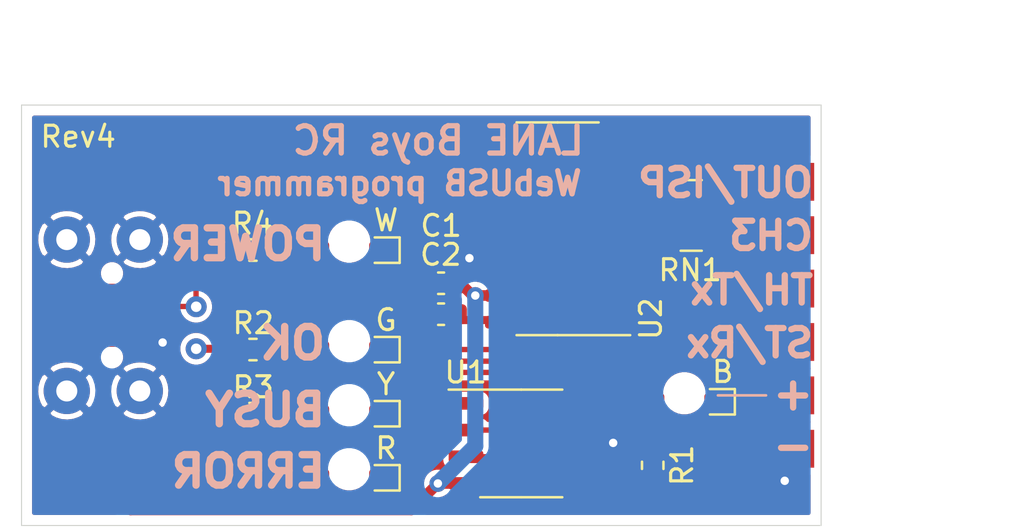
<source format=kicad_pcb>
(kicad_pcb (version 20171130) (host pcbnew 5.1.10-88a1d61d58~88~ubuntu18.04.1)

  (general
    (thickness 1.6)
    (drawings 25)
    (tracks 138)
    (zones 0)
    (modules 18)
    (nets 24)
  )

  (page A4)
  (layers
    (0 F.Cu signal)
    (31 B.Cu signal)
    (32 B.Adhes user hide)
    (33 F.Adhes user hide)
    (34 B.Paste user hide)
    (35 F.Paste user hide)
    (36 B.SilkS user)
    (37 F.SilkS user)
    (38 B.Mask user hide)
    (39 F.Mask user hide)
    (40 Dwgs.User user hide)
    (41 Cmts.User user)
    (42 Eco1.User user hide)
    (43 Eco2.User user hide)
    (44 Edge.Cuts user)
    (45 Margin user hide)
    (46 B.CrtYd user hide)
    (47 F.CrtYd user hide)
    (48 B.Fab user hide)
    (49 F.Fab user)
  )

  (setup
    (last_trace_width 0.508)
    (user_trace_width 0.2032)
    (user_trace_width 0.381)
    (user_trace_width 0.508)
    (user_trace_width 0.762)
    (user_trace_width 1.016)
    (trace_clearance 0.2032)
    (zone_clearance 0.254)
    (zone_45_only no)
    (trace_min 0.2)
    (via_size 0.8)
    (via_drill 0.4)
    (via_min_size 0.4)
    (via_min_drill 0.3)
    (uvia_size 0.3)
    (uvia_drill 0.1)
    (uvias_allowed no)
    (uvia_min_size 0.2)
    (uvia_min_drill 0.1)
    (edge_width 0.05)
    (segment_width 0.2)
    (pcb_text_width 0.3)
    (pcb_text_size 1.5 1.5)
    (mod_edge_width 0.12)
    (mod_text_size 1 1)
    (mod_text_width 0.15)
    (pad_size 1.05 0.95)
    (pad_drill 0)
    (pad_to_mask_clearance 0)
    (aux_axis_origin 100 100)
    (visible_elements FFFFFF7F)
    (pcbplotparams
      (layerselection 0x010f8_ffffffff)
      (usegerberextensions false)
      (usegerberattributes false)
      (usegerberadvancedattributes false)
      (creategerberjobfile false)
      (excludeedgelayer true)
      (linewidth 0.100000)
      (plotframeref false)
      (viasonmask false)
      (mode 1)
      (useauxorigin false)
      (hpglpennumber 1)
      (hpglpenspeed 20)
      (hpglpendiameter 15.000000)
      (psnegative false)
      (psa4output false)
      (plotreference true)
      (plotvalue true)
      (plotinvisibletext false)
      (padsonsilk false)
      (subtractmaskfromsilk true)
      (outputformat 1)
      (mirror false)
      (drillshape 0)
      (scaleselection 1)
      (outputdirectory "gerber/"))
  )

  (net 0 "")
  (net 1 GND)
  (net 2 +5V)
  (net 3 +3V3)
  (net 4 "Net-(D5-Pad2)")
  (net 5 /USB-DM)
  (net 6 /USB-DP)
  (net 7 /VLIGHT)
  (net 8 /ISP)
  (net 9 /RX)
  (net 10 /TX)
  (net 11 /CH3)
  (net 12 "Net-(D1-Pad2)")
  (net 13 "Net-(D2-Pad2)")
  (net 14 "Net-(D3-Pad2)")
  (net 15 "Net-(J1-Pad4)")
  (net 16 "Net-(J1-Pad6)")
  (net 17 "Net-(J1-Pad5)")
  (net 18 "Net-(J1-Pad3)")
  (net 19 /~OK)
  (net 20 /~BUSY)
  (net 21 /~ERROR)
  (net 22 /INB)
  (net 23 /INA)

  (net_class Default "This is the default net class."
    (clearance 0.2032)
    (trace_width 0.254)
    (via_dia 0.8)
    (via_drill 0.4)
    (uvia_dia 0.3)
    (uvia_drill 0.1)
    (add_net +3V3)
    (add_net +5V)
    (add_net /CH3)
    (add_net /INA)
    (add_net /INB)
    (add_net /ISP)
    (add_net /RX)
    (add_net /TX)
    (add_net /USB-DM)
    (add_net /USB-DP)
    (add_net /VLIGHT)
    (add_net /~BUSY)
    (add_net /~ERROR)
    (add_net /~OK)
    (add_net GND)
    (add_net "Net-(D1-Pad2)")
    (add_net "Net-(D2-Pad2)")
    (add_net "Net-(D3-Pad2)")
    (add_net "Net-(D5-Pad2)")
    (add_net "Net-(J1-Pad3)")
    (add_net "Net-(J1-Pad4)")
    (add_net "Net-(J1-Pad5)")
    (add_net "Net-(J1-Pad6)")
    (add_net "Net-(J2-Pad4)")
    (add_net "Net-(U1-Pad8)")
    (add_net "Net-(U2-Pad11)")
    (add_net "Net-(U2-Pad6)")
  )

  (module Package_SO:SOP-8_3.9x4.9mm_P1.27mm (layer F.Cu) (tedit 5D9F72B1) (tstamp 617F7C1E)
    (at 123.7488 106.0958)
    (descr "SOP, 8 Pin (http://www.macronix.com/Lists/Datasheet/Attachments/7534/MX25R3235F,%20Wide%20Range,%2032Mb,%20v1.6.pdf#page=79), generated with kicad-footprint-generator ipc_gullwing_generator.py")
    (tags "SOP SO")
    (path /6180984C)
    (attr smd)
    (fp_text reference U1 (at -2.6416 -3.3782) (layer F.SilkS)
      (effects (font (size 1 1) (thickness 0.15)))
    )
    (fp_text value TC118S (at 2.8956 0.0381 90) (layer F.Fab)
      (effects (font (size 1 1) (thickness 0.15)))
    )
    (fp_line (start 3.7 -2.7) (end -3.7 -2.7) (layer F.CrtYd) (width 0.05))
    (fp_line (start 3.7 2.7) (end 3.7 -2.7) (layer F.CrtYd) (width 0.05))
    (fp_line (start -3.7 2.7) (end 3.7 2.7) (layer F.CrtYd) (width 0.05))
    (fp_line (start -3.7 -2.7) (end -3.7 2.7) (layer F.CrtYd) (width 0.05))
    (fp_line (start -1.95 -1.475) (end -0.975 -2.45) (layer F.Fab) (width 0.1))
    (fp_line (start -1.95 2.45) (end -1.95 -1.475) (layer F.Fab) (width 0.1))
    (fp_line (start 1.95 2.45) (end -1.95 2.45) (layer F.Fab) (width 0.1))
    (fp_line (start 1.95 -2.45) (end 1.95 2.45) (layer F.Fab) (width 0.1))
    (fp_line (start -0.975 -2.45) (end 1.95 -2.45) (layer F.Fab) (width 0.1))
    (fp_line (start 0 -2.56) (end -3.45 -2.56) (layer F.SilkS) (width 0.12))
    (fp_line (start 0 -2.56) (end 1.95 -2.56) (layer F.SilkS) (width 0.12))
    (fp_line (start 0 2.56) (end -1.95 2.56) (layer F.SilkS) (width 0.12))
    (fp_line (start 0 2.56) (end 1.95 2.56) (layer F.SilkS) (width 0.12))
    (fp_text user %R (at 0 0) (layer F.Fab)
      (effects (font (size 0.98 0.98) (thickness 0.15)))
    )
    (pad 8 smd roundrect (at 2.625 -1.905) (size 1.65 0.6) (layers F.Cu F.Paste F.Mask) (roundrect_rratio 0.25))
    (pad 7 smd roundrect (at 2.625 -0.635) (size 1.65 0.6) (layers F.Cu F.Paste F.Mask) (roundrect_rratio 0.25)
      (net 1 GND))
    (pad 6 smd roundrect (at 2.625 0.635) (size 1.65 0.6) (layers F.Cu F.Paste F.Mask) (roundrect_rratio 0.25)
      (net 1 GND))
    (pad 5 smd roundrect (at 2.625 1.905) (size 1.65 0.6) (layers F.Cu F.Paste F.Mask) (roundrect_rratio 0.25)
      (net 7 /VLIGHT))
    (pad 4 smd roundrect (at -2.625 1.905) (size 1.65 0.6) (layers F.Cu F.Paste F.Mask) (roundrect_rratio 0.25)
      (net 2 +5V))
    (pad 3 smd roundrect (at -2.625 0.635) (size 1.65 0.6) (layers F.Cu F.Paste F.Mask) (roundrect_rratio 0.25)
      (net 22 /INB))
    (pad 2 smd roundrect (at -2.625 -0.635) (size 1.65 0.6) (layers F.Cu F.Paste F.Mask) (roundrect_rratio 0.25)
      (net 23 /INA))
    (pad 1 smd roundrect (at -2.625 -1.905) (size 1.65 0.6) (layers F.Cu F.Paste F.Mask) (roundrect_rratio 0.25))
    (model ${KISYS3DMOD}/Package_SO.3dshapes/SOP-8_3.9x4.9mm_P1.27mm.wrl
      (at (xyz 0 0 0))
      (scale (xyz 1 1 1))
      (rotate (xyz 0 0 0))
    )
    (model ${KISYS3DMOD}/Package_SO.3dshapes/SOIC-8-1EP_3.9x4.9mm_P1.27mm_EP2.35x2.35mm.step
      (at (xyz 0 0 0))
      (scale (xyz 1 1 1))
      (rotate (xyz 0 0 0))
    )
  )

  (module WLA_USB:Mirco_USB_Type_B_LCSC_C40943 (layer F.Cu) (tedit 6056AA9D) (tstamp 6064FDAA)
    (at 100 100 270)
    (path /5E6F135C)
    (attr smd)
    (fp_text reference J2 (at 0 1.016 90) (layer F.SilkS) hide
      (effects (font (size 1 1) (thickness 0.15)))
    )
    (fp_text value USB_B_Micro (at 0 3.556 270) (layer F.Fab) hide
      (effects (font (size 1 1) (thickness 0.15)))
    )
    (fp_line (start -5 0) (end 5 0) (layer F.Fab) (width 0.1))
    (fp_text user "PCB edge" (at 4.5 0.6 90) (layer F.Fab)
      (effects (font (size 0.5 0.5) (thickness 0.075)))
    )
    (pad 6 thru_hole circle (at 3.6 -5.62 270) (size 2.2 2.2) (drill 1) (layers *.Cu *.Mask)
      (net 1 GND))
    (pad 6 thru_hole circle (at -3.6 -5.62 270) (size 2.2 2.2) (drill 1) (layers *.Cu *.Mask)
      (net 1 GND))
    (pad 6 thru_hole circle (at 3.6 -2.15 270) (size 2.2 2.2) (drill 1) (layers *.Cu *.Mask)
      (net 1 GND))
    (pad 6 thru_hole circle (at -3.6 -2.15 270) (size 2.2 2.2) (drill 1) (layers *.Cu *.Mask)
      (net 1 GND))
    (pad 3 smd rect (at 0 -5 270) (size 0.4 2) (layers F.Cu F.Paste F.Mask)
      (net 6 /USB-DP))
    (pad 2 smd rect (at -0.65 -5 270) (size 0.4 2) (layers F.Cu F.Paste F.Mask)
      (net 5 /USB-DM))
    (pad 4 smd rect (at 0.65 -5 270) (size 0.4 2) (layers F.Cu F.Paste F.Mask))
    (pad 1 smd rect (at -1.3 -5 270) (size 0.4 2) (layers F.Cu F.Paste F.Mask)
      (net 2 +5V))
    (pad 5 smd rect (at 1.3 -5 270) (size 0.4 2) (layers F.Cu F.Paste F.Mask)
      (net 1 GND))
    (pad "" np_thru_hole circle (at 2 -4.3 270) (size 0.55 0.55) (drill 0.55) (layers *.Cu))
    (pad "" np_thru_hole circle (at -2 -4.3 270) (size 0.55 0.55) (drill 0.55) (layers *.Cu))
  )

  (module WLA_LED_reverse_mount:LED_1204_side_mout (layer F.Cu) (tedit 605683F9) (tstamp 5E6F8D4C)
    (at 115.57 96.5964 180)
    (descr "LED SMD 1204")
    (tags "LED reverse mount")
    (path /5E6F89A9)
    (attr smd)
    (fp_text reference D5 (at 0 -1.7 180) (layer F.SilkS) hide
      (effects (font (size 1 1) (thickness 0.15)))
    )
    (fp_text value W (at -1.7526 0.9908 180) (layer F.Fab)
      (effects (font (size 1 1) (thickness 0.15)))
    )
    (fp_line (start 1.2 0.3) (end 2.3 0.3) (layer F.CrtYd) (width 0.05))
    (fp_line (start -2.3 0.3) (end -1.2 0.3) (layer F.CrtYd) (width 0.05))
    (fp_line (start 2.3 -0.9) (end 2.3 0.3) (layer F.CrtYd) (width 0.05))
    (fp_line (start -2.3 -0.9) (end 2.3 -0.9) (layer F.CrtYd) (width 0.05))
    (fp_line (start -2.3 0.3) (end -2.3 -0.9) (layer F.CrtYd) (width 0.05))
    (fp_line (start -2.4 0.3) (end -1.215 0.3) (layer F.SilkS) (width 0.12))
    (fp_line (start -2.4 -0.91) (end -2.4 0.3) (layer F.SilkS) (width 0.12))
    (fp_line (start -1.215 -0.91) (end -2.4 -0.91) (layer F.SilkS) (width 0.12))
    (fp_line (start 1.5 0) (end 1.5 -0.6) (layer F.Fab) (width 0.1))
    (fp_line (start -1.5 0) (end -1 0) (layer F.Fab) (width 0.1))
    (fp_line (start -1.5 -0.3) (end -1.5 0) (layer F.Fab) (width 0.1))
    (fp_line (start -1.2 -0.6) (end -1.5 -0.3) (layer F.Fab) (width 0.1))
    (fp_line (start 1.5 -0.6) (end -1.2 -0.6) (layer F.Fab) (width 0.1))
    (fp_line (start 1 0) (end 1.5 0) (layer F.Fab) (width 0.1))
    (fp_arc (start 0 0) (end -1.2 0.3) (angle -151.9275131) (layer F.CrtYd) (width 0.05))
    (fp_arc (start 0 0) (end -1 0) (angle -180) (layer F.Fab) (width 0.1))
    (fp_text user %R (at 0 0 180) (layer F.Fab)
      (effects (font (size 0.5 0.5) (thickness 0.08)))
    )
    (pad "" np_thru_hole circle (at 0 0.1 180) (size 1.5 1.5) (drill 1.5) (layers *.Cu *.Mask))
    (pad 1 smd roundrect (at -1.5 -0.3 180) (size 1.1 0.8) (layers F.Cu F.Paste F.Mask) (roundrect_rratio 0.192)
      (net 1 GND))
    (pad 2 smd roundrect (at 1.5 -0.3 180) (size 1.1 0.8) (layers F.Cu F.Paste F.Mask) (roundrect_rratio 0.192)
      (net 4 "Net-(D5-Pad2)"))
    (model ${KISYS3DMOD}/LED_SMD.3dshapes/LED_1206_3216Metric.step
      (offset (xyz 0 0.53 0.25))
      (scale (xyz 1 0.5 1))
      (rotate (xyz -90 0 0))
    )
  )

  (module WLA_LED_reverse_mount:LED_1204_side_mout (layer F.Cu) (tedit 605683F9) (tstamp 5E6F767E)
    (at 115.57 107.426 180)
    (descr "LED SMD 1204")
    (tags "LED reverse mount")
    (path /5E6F7DEF)
    (attr smd)
    (fp_text reference D4 (at 0 -1.7) (layer F.SilkS) hide
      (effects (font (size 1 1) (thickness 0.15)))
    )
    (fp_text value R (at -1.7272 1.0508) (layer F.Fab)
      (effects (font (size 1 1) (thickness 0.15)))
    )
    (fp_line (start 1.2 0.3) (end 2.3 0.3) (layer F.CrtYd) (width 0.05))
    (fp_line (start -2.3 0.3) (end -1.2 0.3) (layer F.CrtYd) (width 0.05))
    (fp_line (start 2.3 -0.9) (end 2.3 0.3) (layer F.CrtYd) (width 0.05))
    (fp_line (start -2.3 -0.9) (end 2.3 -0.9) (layer F.CrtYd) (width 0.05))
    (fp_line (start -2.3 0.3) (end -2.3 -0.9) (layer F.CrtYd) (width 0.05))
    (fp_line (start -2.4 0.3) (end -1.215 0.3) (layer F.SilkS) (width 0.12))
    (fp_line (start -2.4 -0.91) (end -2.4 0.3) (layer F.SilkS) (width 0.12))
    (fp_line (start -1.215 -0.91) (end -2.4 -0.91) (layer F.SilkS) (width 0.12))
    (fp_line (start 1.5 0) (end 1.5 -0.6) (layer F.Fab) (width 0.1))
    (fp_line (start -1.5 0) (end -1 0) (layer F.Fab) (width 0.1))
    (fp_line (start -1.5 -0.3) (end -1.5 0) (layer F.Fab) (width 0.1))
    (fp_line (start -1.2 -0.6) (end -1.5 -0.3) (layer F.Fab) (width 0.1))
    (fp_line (start 1.5 -0.6) (end -1.2 -0.6) (layer F.Fab) (width 0.1))
    (fp_line (start 1 0) (end 1.5 0) (layer F.Fab) (width 0.1))
    (fp_arc (start 0 0) (end -1.2 0.3) (angle -151.9275131) (layer F.CrtYd) (width 0.05))
    (fp_arc (start 0 0) (end -1 0) (angle -180) (layer F.Fab) (width 0.1))
    (fp_text user %R (at 0 0) (layer F.Fab)
      (effects (font (size 0.5 0.5) (thickness 0.08)))
    )
    (pad "" np_thru_hole circle (at 0 0.1 180) (size 1.5 1.5) (drill 1.5) (layers *.Cu *.Mask))
    (pad 1 smd roundrect (at -1.5 -0.3 180) (size 1.1 0.8) (layers F.Cu F.Paste F.Mask) (roundrect_rratio 0.192)
      (net 21 /~ERROR))
    (pad 2 smd roundrect (at 1.5 -0.3 180) (size 1.1 0.8) (layers F.Cu F.Paste F.Mask) (roundrect_rratio 0.192)
      (net 14 "Net-(D3-Pad2)"))
    (model ${KISYS3DMOD}/LED_SMD.3dshapes/LED_1206_3216Metric.step
      (offset (xyz 0 0.53 0.25))
      (scale (xyz 1 0.5 1))
      (rotate (xyz -90 0 0))
    )
  )

  (module WLA_LED_reverse_mount:LED_1204_side_mout (layer F.Cu) (tedit 605683F9) (tstamp 5E6F766B)
    (at 115.57 104.378 180)
    (descr "LED SMD 1204")
    (tags "LED reverse mount")
    (path /5E6F790B)
    (attr smd)
    (fp_text reference D3 (at 0 -1.7) (layer F.SilkS) hide
      (effects (font (size 1 1) (thickness 0.15)))
    )
    (fp_text value Y (at -1.7526 1.1016) (layer F.Fab)
      (effects (font (size 1 1) (thickness 0.15)))
    )
    (fp_text user %R (at 0 0) (layer F.Fab)
      (effects (font (size 0.5 0.5) (thickness 0.08)))
    )
    (fp_arc (start 0 0) (end -1 0) (angle -180) (layer F.Fab) (width 0.1))
    (fp_arc (start 0 0) (end -1.2 0.3) (angle -151.9275131) (layer F.CrtYd) (width 0.05))
    (fp_line (start 1 0) (end 1.5 0) (layer F.Fab) (width 0.1))
    (fp_line (start 1.5 -0.6) (end -1.2 -0.6) (layer F.Fab) (width 0.1))
    (fp_line (start -1.2 -0.6) (end -1.5 -0.3) (layer F.Fab) (width 0.1))
    (fp_line (start -1.5 -0.3) (end -1.5 0) (layer F.Fab) (width 0.1))
    (fp_line (start -1.5 0) (end -1 0) (layer F.Fab) (width 0.1))
    (fp_line (start 1.5 0) (end 1.5 -0.6) (layer F.Fab) (width 0.1))
    (fp_line (start -1.215 -0.91) (end -2.4 -0.91) (layer F.SilkS) (width 0.12))
    (fp_line (start -2.4 -0.91) (end -2.4 0.3) (layer F.SilkS) (width 0.12))
    (fp_line (start -2.4 0.3) (end -1.215 0.3) (layer F.SilkS) (width 0.12))
    (fp_line (start -2.3 0.3) (end -2.3 -0.9) (layer F.CrtYd) (width 0.05))
    (fp_line (start -2.3 -0.9) (end 2.3 -0.9) (layer F.CrtYd) (width 0.05))
    (fp_line (start 2.3 -0.9) (end 2.3 0.3) (layer F.CrtYd) (width 0.05))
    (fp_line (start -2.3 0.3) (end -1.2 0.3) (layer F.CrtYd) (width 0.05))
    (fp_line (start 1.2 0.3) (end 2.3 0.3) (layer F.CrtYd) (width 0.05))
    (pad 2 smd roundrect (at 1.5 -0.3 180) (size 1.1 0.8) (layers F.Cu F.Paste F.Mask) (roundrect_rratio 0.192)
      (net 14 "Net-(D3-Pad2)"))
    (pad 1 smd roundrect (at -1.5 -0.3 180) (size 1.1 0.8) (layers F.Cu F.Paste F.Mask) (roundrect_rratio 0.192)
      (net 20 /~BUSY))
    (pad "" np_thru_hole circle (at 0 0.1 180) (size 1.5 1.5) (drill 1.5) (layers *.Cu *.Mask))
    (model ${KISYS3DMOD}/LED_SMD.3dshapes/LED_1206_3216Metric.step
      (offset (xyz 0 0.53 0.25))
      (scale (xyz 1 0.5 1))
      (rotate (xyz -90 0 0))
    )
  )

  (module WLA_LED_reverse_mount:LED_1204_side_mout (layer F.Cu) (tedit 605683F9) (tstamp 5E6F7658)
    (at 115.57 101.33 180)
    (descr "LED SMD 1204")
    (tags "LED reverse mount")
    (path /5E6F6F74)
    (attr smd)
    (fp_text reference D2 (at 0 -1.7) (layer F.SilkS) hide
      (effects (font (size 1 1) (thickness 0.15)))
    )
    (fp_text value G (at -1.7272 1.127) (layer F.Fab)
      (effects (font (size 1 1) (thickness 0.15)))
    )
    (fp_line (start 1.2 0.3) (end 2.3 0.3) (layer F.CrtYd) (width 0.05))
    (fp_line (start -2.3 0.3) (end -1.2 0.3) (layer F.CrtYd) (width 0.05))
    (fp_line (start 2.3 -0.9) (end 2.3 0.3) (layer F.CrtYd) (width 0.05))
    (fp_line (start -2.3 -0.9) (end 2.3 -0.9) (layer F.CrtYd) (width 0.05))
    (fp_line (start -2.3 0.3) (end -2.3 -0.9) (layer F.CrtYd) (width 0.05))
    (fp_line (start -2.4 0.3) (end -1.215 0.3) (layer F.SilkS) (width 0.12))
    (fp_line (start -2.4 -0.91) (end -2.4 0.3) (layer F.SilkS) (width 0.12))
    (fp_line (start -1.215 -0.91) (end -2.4 -0.91) (layer F.SilkS) (width 0.12))
    (fp_line (start 1.5 0) (end 1.5 -0.6) (layer F.Fab) (width 0.1))
    (fp_line (start -1.5 0) (end -1 0) (layer F.Fab) (width 0.1))
    (fp_line (start -1.5 -0.3) (end -1.5 0) (layer F.Fab) (width 0.1))
    (fp_line (start -1.2 -0.6) (end -1.5 -0.3) (layer F.Fab) (width 0.1))
    (fp_line (start 1.5 -0.6) (end -1.2 -0.6) (layer F.Fab) (width 0.1))
    (fp_line (start 1 0) (end 1.5 0) (layer F.Fab) (width 0.1))
    (fp_arc (start 0 0) (end -1.2 0.3) (angle -151.9275131) (layer F.CrtYd) (width 0.05))
    (fp_arc (start 0 0) (end -1 0) (angle -180) (layer F.Fab) (width 0.1))
    (fp_text user %R (at 0 0) (layer F.Fab)
      (effects (font (size 0.5 0.5) (thickness 0.08)))
    )
    (pad "" np_thru_hole circle (at 0 0.1 180) (size 1.5 1.5) (drill 1.5) (layers *.Cu *.Mask))
    (pad 1 smd roundrect (at -1.5 -0.3 180) (size 1.1 0.8) (layers F.Cu F.Paste F.Mask) (roundrect_rratio 0.192)
      (net 19 /~OK))
    (pad 2 smd roundrect (at 1.5 -0.3 180) (size 1.1 0.8) (layers F.Cu F.Paste F.Mask) (roundrect_rratio 0.192)
      (net 13 "Net-(D2-Pad2)"))
    (model ${KISYS3DMOD}/LED_SMD.3dshapes/LED_1206_3216Metric.step
      (offset (xyz 0 0.53 0.25))
      (scale (xyz 1 0.5 1))
      (rotate (xyz -90 0 0))
    )
  )

  (module WLA_LED_reverse_mount:LED_1204_side_mout (layer F.Cu) (tedit 605683F9) (tstamp 5E6F8727)
    (at 131.5 103.81 180)
    (descr "LED SMD 1204")
    (tags "LED reverse mount")
    (path /5E6F8DF4)
    (attr smd)
    (fp_text reference D1 (at 0 -1.7) (layer F.SilkS) hide
      (effects (font (size 1 1) (thickness 0.15)))
    )
    (fp_text value B (at -1.8373 1.1178) (layer F.Fab)
      (effects (font (size 1 1) (thickness 0.15)))
    )
    (fp_line (start 1.2 0.3) (end 2.3 0.3) (layer F.CrtYd) (width 0.05))
    (fp_line (start -2.3 0.3) (end -1.2 0.3) (layer F.CrtYd) (width 0.05))
    (fp_line (start 2.3 -0.9) (end 2.3 0.3) (layer F.CrtYd) (width 0.05))
    (fp_line (start -2.3 -0.9) (end 2.3 -0.9) (layer F.CrtYd) (width 0.05))
    (fp_line (start -2.3 0.3) (end -2.3 -0.9) (layer F.CrtYd) (width 0.05))
    (fp_line (start -2.4 0.3) (end -1.215 0.3) (layer F.SilkS) (width 0.12))
    (fp_line (start -2.4 -0.91) (end -2.4 0.3) (layer F.SilkS) (width 0.12))
    (fp_line (start -1.215 -0.91) (end -2.4 -0.91) (layer F.SilkS) (width 0.12))
    (fp_line (start 1.5 0) (end 1.5 -0.6) (layer F.Fab) (width 0.1))
    (fp_line (start -1.5 0) (end -1 0) (layer F.Fab) (width 0.1))
    (fp_line (start -1.5 -0.3) (end -1.5 0) (layer F.Fab) (width 0.1))
    (fp_line (start -1.2 -0.6) (end -1.5 -0.3) (layer F.Fab) (width 0.1))
    (fp_line (start 1.5 -0.6) (end -1.2 -0.6) (layer F.Fab) (width 0.1))
    (fp_line (start 1 0) (end 1.5 0) (layer F.Fab) (width 0.1))
    (fp_arc (start 0 0) (end -1.2 0.3) (angle -151.9275131) (layer F.CrtYd) (width 0.05))
    (fp_arc (start 0 0) (end -1 0) (angle -180) (layer F.Fab) (width 0.1))
    (fp_text user %R (at 0 0) (layer F.Fab)
      (effects (font (size 0.5 0.5) (thickness 0.08)))
    )
    (pad "" np_thru_hole circle (at 0 0.1 180) (size 1.5 1.5) (drill 1.5) (layers *.Cu *.Mask))
    (pad 1 smd roundrect (at -1.5 -0.3 180) (size 1.1 0.8) (layers F.Cu F.Paste F.Mask) (roundrect_rratio 0.192)
      (net 1 GND))
    (pad 2 smd roundrect (at 1.5 -0.3 180) (size 1.1 0.8) (layers F.Cu F.Paste F.Mask) (roundrect_rratio 0.192)
      (net 12 "Net-(D1-Pad2)"))
    (model ${KISYS3DMOD}/LED_SMD.3dshapes/LED_1206_3216Metric.step
      (offset (xyz 0 0.53 0.25))
      (scale (xyz 1 0.5 1))
      (rotate (xyz -90 0 0))
    )
  )

  (module WLA_pinheader:TestPoint_THTPad_1.0x1.0mm_Drill0.5mm_nosilk (layer F.Cu) (tedit 60508DD1) (tstamp 605095D1)
    (at 108.3 99.5936 90)
    (descr "THT rectangular pad as test Point, square 1.0mm side length, hole diameter 0.5mm")
    (tags "test point THT pad rectangle square")
    (path /6050F171)
    (attr virtual)
    (fp_text reference TP2 (at 0 -1.448 90) (layer F.SilkS) hide
      (effects (font (size 1 1) (thickness 0.15)))
    )
    (fp_text value " " (at 0 1.55 90) (layer F.Fab)
      (effects (font (size 1 1) (thickness 0.15)))
    )
    (fp_line (start 1 1) (end -1 1) (layer F.CrtYd) (width 0.05))
    (fp_line (start 1 1) (end 1 -1) (layer F.CrtYd) (width 0.05))
    (fp_line (start -1 -1) (end -1 1) (layer F.CrtYd) (width 0.05))
    (fp_line (start -1 -1) (end 1 -1) (layer F.CrtYd) (width 0.05))
    (fp_text user %R (at 0 -1.45 90) (layer F.Fab) hide
      (effects (font (size 1 1) (thickness 0.15)))
    )
    (pad 1 thru_hole circle (at 0 0 90) (size 1 1) (drill 0.5) (layers *.Cu *.Mask)
      (net 6 /USB-DP))
  )

  (module WLA_pinheader:TestPoint_THTPad_1.0x1.0mm_Drill0.5mm_nosilk (layer F.Cu) (tedit 60508DD1) (tstamp 605095C3)
    (at 108.3 101.5936 90)
    (descr "THT rectangular pad as test Point, square 1.0mm side length, hole diameter 0.5mm")
    (tags "test point THT pad rectangle square")
    (path /6050C7A0)
    (attr virtual)
    (fp_text reference TP1 (at 0 -1.448 90) (layer F.SilkS) hide
      (effects (font (size 1 1) (thickness 0.15)))
    )
    (fp_text value " " (at 0 1.55 90) (layer F.Fab)
      (effects (font (size 1 1) (thickness 0.15)))
    )
    (fp_line (start 1 1) (end -1 1) (layer F.CrtYd) (width 0.05))
    (fp_line (start 1 1) (end 1 -1) (layer F.CrtYd) (width 0.05))
    (fp_line (start -1 -1) (end -1 1) (layer F.CrtYd) (width 0.05))
    (fp_line (start -1 -1) (end 1 -1) (layer F.CrtYd) (width 0.05))
    (fp_text user %R (at 0 -1.45 90) (layer F.Fab) hide
      (effects (font (size 1 1) (thickness 0.15)))
    )
    (pad 1 thru_hole circle (at 0 0 90) (size 1 1) (drill 0.5) (layers *.Cu *.Mask)
      (net 3 +3V3))
  )

  (module Capacitor_SMD:C_0603_1608Metric (layer F.Cu) (tedit 5F68FEEE) (tstamp 60571804)
    (at 119.9388 98.4758 180)
    (descr "Capacitor SMD 0603 (1608 Metric), square (rectangular) end terminal, IPC_7351 nominal, (Body size source: IPC-SM-782 page 76, https://www.pcb-3d.com/wordpress/wp-content/uploads/ipc-sm-782a_amendment_1_and_2.pdf), generated with kicad-footprint-generator")
    (tags capacitor)
    (path /605205A6)
    (attr smd)
    (fp_text reference C1 (at 0 2.73304) (layer F.SilkS)
      (effects (font (size 1 1) (thickness 0.15)))
    )
    (fp_text value 1u (at -0.0254 1.2192) (layer F.Fab)
      (effects (font (size 1 1) (thickness 0.15)))
    )
    (fp_line (start -0.8 0.4) (end -0.8 -0.4) (layer F.Fab) (width 0.1))
    (fp_line (start -0.8 -0.4) (end 0.8 -0.4) (layer F.Fab) (width 0.1))
    (fp_line (start 0.8 -0.4) (end 0.8 0.4) (layer F.Fab) (width 0.1))
    (fp_line (start 0.8 0.4) (end -0.8 0.4) (layer F.Fab) (width 0.1))
    (fp_line (start -0.14058 -0.51) (end 0.14058 -0.51) (layer F.SilkS) (width 0.12))
    (fp_line (start -0.14058 0.51) (end 0.14058 0.51) (layer F.SilkS) (width 0.12))
    (fp_line (start -1.48 0.73) (end -1.48 -0.73) (layer F.CrtYd) (width 0.05))
    (fp_line (start -1.48 -0.73) (end 1.48 -0.73) (layer F.CrtYd) (width 0.05))
    (fp_line (start 1.48 -0.73) (end 1.48 0.73) (layer F.CrtYd) (width 0.05))
    (fp_line (start 1.48 0.73) (end -1.48 0.73) (layer F.CrtYd) (width 0.05))
    (fp_text user %R (at 0 0) (layer F.Fab)
      (effects (font (size 0.4 0.4) (thickness 0.06)))
    )
    (pad 2 smd roundrect (at 0.775 0 180) (size 0.9 0.95) (layers F.Cu F.Paste F.Mask) (roundrect_rratio 0.25)
      (net 1 GND))
    (pad 1 smd roundrect (at -0.775 0 180) (size 0.9 0.95) (layers F.Cu F.Paste F.Mask) (roundrect_rratio 0.25)
      (net 2 +5V))
    (model ${KISYS3DMOD}/Capacitor_SMD.3dshapes/C_0603_1608Metric.wrl
      (at (xyz 0 0 0))
      (scale (xyz 1 1 1))
      (rotate (xyz 0 0 0))
    )
  )

  (module Package_SO:SO-16_3.9x9.9mm_P1.27mm (layer F.Cu) (tedit 5E888720) (tstamp 60471BC5)
    (at 125.476 95.885 180)
    (descr "SO, 16 Pin (https://www.nxp.com/docs/en/package-information/SOT109-1.pdf), generated with kicad-footprint-generator ipc_gullwing_generator.py")
    (tags "SO SO")
    (path /604D2755)
    (attr smd)
    (fp_text reference U2 (at -4.4323 -4.2799 90) (layer F.SilkS)
      (effects (font (size 1 1) (thickness 0.15)))
    )
    (fp_text value CH552G (at -0.0762 -0.8763 90) (layer F.Fab)
      (effects (font (size 1 1) (thickness 0.15)))
    )
    (fp_line (start 0 5.06) (end 1.95 5.06) (layer F.SilkS) (width 0.12))
    (fp_line (start 0 5.06) (end -1.95 5.06) (layer F.SilkS) (width 0.12))
    (fp_line (start 0 -5.06) (end 1.95 -5.06) (layer F.SilkS) (width 0.12))
    (fp_line (start 0 -5.06) (end -3.45 -5.06) (layer F.SilkS) (width 0.12))
    (fp_line (start -0.975 -4.95) (end 1.95 -4.95) (layer F.Fab) (width 0.1))
    (fp_line (start 1.95 -4.95) (end 1.95 4.95) (layer F.Fab) (width 0.1))
    (fp_line (start 1.95 4.95) (end -1.95 4.95) (layer F.Fab) (width 0.1))
    (fp_line (start -1.95 4.95) (end -1.95 -3.975) (layer F.Fab) (width 0.1))
    (fp_line (start -1.95 -3.975) (end -0.975 -4.95) (layer F.Fab) (width 0.1))
    (fp_line (start -3.7 -5.2) (end -3.7 5.2) (layer F.CrtYd) (width 0.05))
    (fp_line (start -3.7 5.2) (end 3.7 5.2) (layer F.CrtYd) (width 0.05))
    (fp_line (start 3.7 5.2) (end 3.7 -5.2) (layer F.CrtYd) (width 0.05))
    (fp_line (start 3.7 -5.2) (end -3.7 -5.2) (layer F.CrtYd) (width 0.05))
    (fp_text user %R (at 0.0254 3.8862) (layer F.Fab)
      (effects (font (size 0.98 0.98) (thickness 0.15)))
    )
    (pad 16 smd roundrect (at 2.575 -4.445 180) (size 1.75 0.6) (layers F.Cu F.Paste F.Mask) (roundrect_rratio 0.25)
      (net 3 +3V3))
    (pad 15 smd roundrect (at 2.575 -3.175 180) (size 1.75 0.6) (layers F.Cu F.Paste F.Mask) (roundrect_rratio 0.25)
      (net 2 +5V))
    (pad 14 smd roundrect (at 2.575 -1.905 180) (size 1.75 0.6) (layers F.Cu F.Paste F.Mask) (roundrect_rratio 0.25)
      (net 1 GND))
    (pad 13 smd roundrect (at 2.575 -0.635 180) (size 1.75 0.6) (layers F.Cu F.Paste F.Mask) (roundrect_rratio 0.25)
      (net 5 /USB-DM))
    (pad 12 smd roundrect (at 2.575 0.635 180) (size 1.75 0.6) (layers F.Cu F.Paste F.Mask) (roundrect_rratio 0.25)
      (net 6 /USB-DP))
    (pad 11 smd roundrect (at 2.575 1.905 180) (size 1.75 0.6) (layers F.Cu F.Paste F.Mask) (roundrect_rratio 0.25))
    (pad 10 smd roundrect (at 2.575 3.175 180) (size 1.75 0.6) (layers F.Cu F.Paste F.Mask) (roundrect_rratio 0.25)
      (net 19 /~OK))
    (pad 9 smd roundrect (at 2.575 4.445 180) (size 1.75 0.6) (layers F.Cu F.Paste F.Mask) (roundrect_rratio 0.25)
      (net 20 /~BUSY))
    (pad 8 smd roundrect (at -2.575 4.445 180) (size 1.75 0.6) (layers F.Cu F.Paste F.Mask) (roundrect_rratio 0.25)
      (net 9 /RX))
    (pad 7 smd roundrect (at -2.575 3.175 180) (size 1.75 0.6) (layers F.Cu F.Paste F.Mask) (roundrect_rratio 0.25)
      (net 10 /TX))
    (pad 6 smd roundrect (at -2.575 1.905 180) (size 1.75 0.6) (layers F.Cu F.Paste F.Mask) (roundrect_rratio 0.25))
    (pad 5 smd roundrect (at -2.575 0.635 180) (size 1.75 0.6) (layers F.Cu F.Paste F.Mask) (roundrect_rratio 0.25)
      (net 8 /ISP))
    (pad 4 smd roundrect (at -2.575 -0.635 180) (size 1.75 0.6) (layers F.Cu F.Paste F.Mask) (roundrect_rratio 0.25)
      (net 11 /CH3))
    (pad 3 smd roundrect (at -2.575 -1.905 180) (size 1.75 0.6) (layers F.Cu F.Paste F.Mask) (roundrect_rratio 0.25)
      (net 21 /~ERROR))
    (pad 2 smd roundrect (at -2.575 -3.175 180) (size 1.75 0.6) (layers F.Cu F.Paste F.Mask) (roundrect_rratio 0.25)
      (net 23 /INA))
    (pad 1 smd roundrect (at -2.575 -4.445 180) (size 1.75 0.6) (layers F.Cu F.Paste F.Mask) (roundrect_rratio 0.25)
      (net 22 /INB))
    (model ${KISYS3DMOD}/Package_SO.3dshapes/SO-16_3.9x9.9mm_P1.27mm.wrl
      (at (xyz 0 0 0))
      (scale (xyz 1 1 1))
      (rotate (xyz 0 0 0))
    )
    (model ${KISYS3DMOD}/Package_SO.3dshapes/SOIC-16_3.9x9.9mm_P1.27mm.step
      (at (xyz 0 0 0))
      (scale (xyz 1 1 1))
      (rotate (xyz 0 0 0))
    )
  )

  (module Capacitor_SMD:C_0603_1608Metric (layer F.Cu) (tedit 5F68FEEE) (tstamp 5E70B818)
    (at 119.9388 99.949 180)
    (descr "Capacitor SMD 0603 (1608 Metric), square (rectangular) end terminal, IPC_7351 nominal, (Body size source: IPC-SM-782 page 76, https://www.pcb-3d.com/wordpress/wp-content/uploads/ipc-sm-782a_amendment_1_and_2.pdf), generated with kicad-footprint-generator")
    (tags capacitor)
    (path /5E7914FA)
    (attr smd)
    (fp_text reference C2 (at 0.01524 2.82956 180) (layer F.SilkS)
      (effects (font (size 1 1) (thickness 0.15)))
    )
    (fp_text value 100n (at -0.9398 -1.3716) (layer F.Fab)
      (effects (font (size 1 1) (thickness 0.15)))
    )
    (fp_line (start -0.8 0.4) (end -0.8 -0.4) (layer F.Fab) (width 0.1))
    (fp_line (start -0.8 -0.4) (end 0.8 -0.4) (layer F.Fab) (width 0.1))
    (fp_line (start 0.8 -0.4) (end 0.8 0.4) (layer F.Fab) (width 0.1))
    (fp_line (start 0.8 0.4) (end -0.8 0.4) (layer F.Fab) (width 0.1))
    (fp_line (start -0.14058 -0.51) (end 0.14058 -0.51) (layer F.SilkS) (width 0.12))
    (fp_line (start -0.14058 0.51) (end 0.14058 0.51) (layer F.SilkS) (width 0.12))
    (fp_line (start -1.48 0.73) (end -1.48 -0.73) (layer F.CrtYd) (width 0.05))
    (fp_line (start -1.48 -0.73) (end 1.48 -0.73) (layer F.CrtYd) (width 0.05))
    (fp_line (start 1.48 -0.73) (end 1.48 0.73) (layer F.CrtYd) (width 0.05))
    (fp_line (start 1.48 0.73) (end -1.48 0.73) (layer F.CrtYd) (width 0.05))
    (fp_text user %R (at 0 0) (layer F.Fab)
      (effects (font (size 0.4 0.4) (thickness 0.06)))
    )
    (pad 2 smd roundrect (at 0.775 0 180) (size 0.9 0.95) (layers F.Cu F.Paste F.Mask) (roundrect_rratio 0.25)
      (net 1 GND))
    (pad 1 smd roundrect (at -0.775 0 180) (size 0.9 0.95) (layers F.Cu F.Paste F.Mask) (roundrect_rratio 0.25)
      (net 3 +3V3))
    (model ${KISYS3DMOD}/Capacitor_SMD.3dshapes/C_0603_1608Metric.wrl
      (at (xyz 0 0 0))
      (scale (xyz 1 1 1))
      (rotate (xyz 0 0 0))
    )
  )

  (module WLA_pinheader:PinHeader_1x06_P2.54mm_Flat (layer F.Cu) (tedit 5F17D121) (tstamp 5FDD2121)
    (at 136.271 106.35 90)
    (path /5E6FE83D)
    (fp_text reference J1 (at 0 2.54 90) (layer F.SilkS) hide
      (effects (font (size 1 1) (thickness 0.15)))
    )
    (fp_text value "Light Controller" (at 5.842 2.3495 90) (layer F.Fab) hide
      (effects (font (size 1 1) (thickness 0.15)))
    )
    (pad 6 smd rect (at 12.7 0 90) (size 1.8 2.8) (layers F.Cu F.Mask)
      (net 16 "Net-(J1-Pad6)"))
    (pad 5 smd rect (at 10.16 0 90) (size 1.8 2.8) (layers F.Cu F.Mask)
      (net 17 "Net-(J1-Pad5)"))
    (pad 4 smd rect (at 7.62 0 90) (size 1.8 2.8) (layers F.Cu F.Mask)
      (net 15 "Net-(J1-Pad4)"))
    (pad 3 smd rect (at 5.08 0 90) (size 1.8 2.8) (layers F.Cu F.Mask)
      (net 18 "Net-(J1-Pad3)"))
    (pad 2 smd rect (at 2.54 0 90) (size 1.8 2.8) (layers F.Cu F.Mask)
      (net 7 /VLIGHT))
    (pad 1 smd rect (at 0 0 90) (size 1.8 2.8) (layers F.Cu F.Mask)
      (net 1 GND))
  )

  (module Resistor_SMD:R_Array_Convex_4x0603 (layer F.Cu) (tedit 58E0A8B2) (tstamp 5FDCB5EC)
    (at 131.826 95.25)
    (descr "Chip Resistor Network, ROHM MNR14 (see mnr_g.pdf)")
    (tags "resistor array")
    (path /5FDCE5F9)
    (attr smd)
    (fp_text reference RN1 (at -0.051 2.6035) (layer F.SilkS)
      (effects (font (size 1 1) (thickness 0.15)))
    )
    (fp_text value 1k (at 0 -2.413) (layer F.Fab)
      (effects (font (size 1 1) (thickness 0.15)))
    )
    (fp_line (start 1.55 1.85) (end -1.55 1.85) (layer F.CrtYd) (width 0.05))
    (fp_line (start 1.55 1.85) (end 1.55 -1.85) (layer F.CrtYd) (width 0.05))
    (fp_line (start -1.55 -1.85) (end -1.55 1.85) (layer F.CrtYd) (width 0.05))
    (fp_line (start -1.55 -1.85) (end 1.55 -1.85) (layer F.CrtYd) (width 0.05))
    (fp_line (start 0.5 -1.68) (end -0.5 -1.68) (layer F.SilkS) (width 0.12))
    (fp_line (start 0.5 1.68) (end -0.5 1.68) (layer F.SilkS) (width 0.12))
    (fp_line (start -0.8 1.6) (end -0.8 -1.6) (layer F.Fab) (width 0.1))
    (fp_line (start 0.8 1.6) (end -0.8 1.6) (layer F.Fab) (width 0.1))
    (fp_line (start 0.8 -1.6) (end 0.8 1.6) (layer F.Fab) (width 0.1))
    (fp_line (start -0.8 -1.6) (end 0.8 -1.6) (layer F.Fab) (width 0.1))
    (fp_text user %R (at 0 0 90) (layer F.Fab)
      (effects (font (size 0.5 0.5) (thickness 0.075)))
    )
    (pad 5 smd rect (at 0.9 1.2) (size 0.8 0.5) (layers F.Cu F.Paste F.Mask)
      (net 18 "Net-(J1-Pad3)"))
    (pad 6 smd rect (at 0.9 0.4) (size 0.8 0.4) (layers F.Cu F.Paste F.Mask)
      (net 15 "Net-(J1-Pad4)"))
    (pad 8 smd rect (at 0.9 -1.2) (size 0.8 0.5) (layers F.Cu F.Paste F.Mask)
      (net 16 "Net-(J1-Pad6)"))
    (pad 7 smd rect (at 0.9 -0.4) (size 0.8 0.4) (layers F.Cu F.Paste F.Mask)
      (net 17 "Net-(J1-Pad5)"))
    (pad 4 smd rect (at -0.9 1.2) (size 0.8 0.5) (layers F.Cu F.Paste F.Mask)
      (net 10 /TX))
    (pad 2 smd rect (at -0.9 -0.4) (size 0.8 0.4) (layers F.Cu F.Paste F.Mask)
      (net 11 /CH3))
    (pad 3 smd rect (at -0.9 0.4) (size 0.8 0.4) (layers F.Cu F.Paste F.Mask)
      (net 9 /RX))
    (pad 1 smd rect (at -0.9 -1.2) (size 0.8 0.5) (layers F.Cu F.Paste F.Mask)
      (net 8 /ISP))
    (model ${KISYS3DMOD}/Resistor_SMD.3dshapes/R_Array_Convex_4x0603.wrl
      (at (xyz 0 0 0))
      (scale (xyz 1 1 1))
      (rotate (xyz 0 0 0))
    )
  )

  (module Resistor_SMD:R_0603_1608Metric_Pad1.05x0.95mm_HandSolder (layer F.Cu) (tedit 5B301BBD) (tstamp 61833A4E)
    (at 129.9972 107.1372 90)
    (descr "Resistor SMD 0603 (1608 Metric), square (rectangular) end terminal, IPC_7351 nominal with elongated pad for handsoldering. (Body size source: http://www.tortai-tech.com/upload/download/2011102023233369053.pdf), generated with kicad-footprint-generator")
    (tags "resistor handsolder")
    (path /5E6FD03E)
    (attr smd)
    (fp_text reference R1 (at 0 1.397 90) (layer F.SilkS)
      (effects (font (size 1 1) (thickness 0.15)))
    )
    (fp_text value 1k8 (at -0.0381 1.4605 90) (layer F.Fab)
      (effects (font (size 1 1) (thickness 0.15)))
    )
    (fp_line (start -0.8 0.4) (end -0.8 -0.4) (layer F.Fab) (width 0.1))
    (fp_line (start -0.8 -0.4) (end 0.8 -0.4) (layer F.Fab) (width 0.1))
    (fp_line (start 0.8 -0.4) (end 0.8 0.4) (layer F.Fab) (width 0.1))
    (fp_line (start 0.8 0.4) (end -0.8 0.4) (layer F.Fab) (width 0.1))
    (fp_line (start -0.171267 -0.51) (end 0.171267 -0.51) (layer F.SilkS) (width 0.12))
    (fp_line (start -0.171267 0.51) (end 0.171267 0.51) (layer F.SilkS) (width 0.12))
    (fp_line (start -1.65 0.73) (end -1.65 -0.73) (layer F.CrtYd) (width 0.05))
    (fp_line (start -1.65 -0.73) (end 1.65 -0.73) (layer F.CrtYd) (width 0.05))
    (fp_line (start 1.65 -0.73) (end 1.65 0.73) (layer F.CrtYd) (width 0.05))
    (fp_line (start 1.65 0.73) (end -1.65 0.73) (layer F.CrtYd) (width 0.05))
    (fp_text user %R (at 0 0 90) (layer F.Fab)
      (effects (font (size 0.4 0.4) (thickness 0.06)))
    )
    (pad 2 smd roundrect (at 0.875 0 90) (size 1.05 0.95) (layers F.Cu F.Paste F.Mask) (roundrect_rratio 0.25)
      (net 12 "Net-(D1-Pad2)"))
    (pad 1 smd roundrect (at -0.875 0 90) (size 1.05 0.95) (layers F.Cu F.Paste F.Mask) (roundrect_rratio 0.25)
      (net 7 /VLIGHT))
    (model ${KISYS3DMOD}/Resistor_SMD.3dshapes/R_0603_1608Metric.wrl
      (at (xyz 0 0 0))
      (scale (xyz 1 1 1))
      (rotate (xyz 0 0 0))
    )
  )

  (module Resistor_SMD:R_0603_1608Metric_Pad1.05x0.95mm_HandSolder (layer F.Cu) (tedit 5B301BBD) (tstamp 5E778E66)
    (at 110.998 104.678)
    (descr "Resistor SMD 0603 (1608 Metric), square (rectangular) end terminal, IPC_7351 nominal with elongated pad for handsoldering. (Body size source: http://www.tortai-tech.com/upload/download/2011102023233369053.pdf), generated with kicad-footprint-generator")
    (tags "resistor handsolder")
    (path /5E6FC0B8)
    (attr smd)
    (fp_text reference R3 (at 0.0127 -1.2573) (layer F.SilkS)
      (effects (font (size 1 1) (thickness 0.15)))
    )
    (fp_text value 1k2 (at -0.0254 -1.173) (layer F.Fab)
      (effects (font (size 1 1) (thickness 0.15)))
    )
    (fp_line (start -0.8 0.4) (end -0.8 -0.4) (layer F.Fab) (width 0.1))
    (fp_line (start -0.8 -0.4) (end 0.8 -0.4) (layer F.Fab) (width 0.1))
    (fp_line (start 0.8 -0.4) (end 0.8 0.4) (layer F.Fab) (width 0.1))
    (fp_line (start 0.8 0.4) (end -0.8 0.4) (layer F.Fab) (width 0.1))
    (fp_line (start -0.171267 -0.51) (end 0.171267 -0.51) (layer F.SilkS) (width 0.12))
    (fp_line (start -0.171267 0.51) (end 0.171267 0.51) (layer F.SilkS) (width 0.12))
    (fp_line (start -1.65 0.73) (end -1.65 -0.73) (layer F.CrtYd) (width 0.05))
    (fp_line (start -1.65 -0.73) (end 1.65 -0.73) (layer F.CrtYd) (width 0.05))
    (fp_line (start 1.65 -0.73) (end 1.65 0.73) (layer F.CrtYd) (width 0.05))
    (fp_line (start 1.65 0.73) (end -1.65 0.73) (layer F.CrtYd) (width 0.05))
    (fp_text user %R (at 0 0) (layer F.Fab)
      (effects (font (size 0.4 0.4) (thickness 0.06)))
    )
    (pad 2 smd roundrect (at 0.875 0) (size 1.05 0.95) (layers F.Cu F.Paste F.Mask) (roundrect_rratio 0.25)
      (net 14 "Net-(D3-Pad2)"))
    (pad 1 smd roundrect (at -0.875 0) (size 1.05 0.95) (layers F.Cu F.Paste F.Mask) (roundrect_rratio 0.25)
      (net 3 +3V3))
    (model ${KISYS3DMOD}/Resistor_SMD.3dshapes/R_0603_1608Metric.wrl
      (at (xyz 0 0 0))
      (scale (xyz 1 1 1))
      (rotate (xyz 0 0 0))
    )
  )

  (module Resistor_SMD:R_0603_1608Metric_Pad1.05x0.95mm_HandSolder (layer F.Cu) (tedit 5B301BBD) (tstamp 5E709D00)
    (at 110.998 101.63)
    (descr "Resistor SMD 0603 (1608 Metric), square (rectangular) end terminal, IPC_7351 nominal with elongated pad for handsoldering. (Body size source: http://www.tortai-tech.com/upload/download/2011102023233369053.pdf), generated with kicad-footprint-generator")
    (tags "resistor handsolder")
    (path /5E6FABAC)
    (attr smd)
    (fp_text reference R2 (at 0.0127 -1.2573) (layer F.SilkS)
      (effects (font (size 1 1) (thickness 0.15)))
    )
    (fp_text value 180 (at 0.127 -1.173) (layer F.Fab)
      (effects (font (size 1 1) (thickness 0.15)))
    )
    (fp_line (start -0.8 0.4) (end -0.8 -0.4) (layer F.Fab) (width 0.1))
    (fp_line (start -0.8 -0.4) (end 0.8 -0.4) (layer F.Fab) (width 0.1))
    (fp_line (start 0.8 -0.4) (end 0.8 0.4) (layer F.Fab) (width 0.1))
    (fp_line (start 0.8 0.4) (end -0.8 0.4) (layer F.Fab) (width 0.1))
    (fp_line (start -0.171267 -0.51) (end 0.171267 -0.51) (layer F.SilkS) (width 0.12))
    (fp_line (start -0.171267 0.51) (end 0.171267 0.51) (layer F.SilkS) (width 0.12))
    (fp_line (start -1.65 0.73) (end -1.65 -0.73) (layer F.CrtYd) (width 0.05))
    (fp_line (start -1.65 -0.73) (end 1.65 -0.73) (layer F.CrtYd) (width 0.05))
    (fp_line (start 1.65 -0.73) (end 1.65 0.73) (layer F.CrtYd) (width 0.05))
    (fp_line (start 1.65 0.73) (end -1.65 0.73) (layer F.CrtYd) (width 0.05))
    (fp_text user %R (at 0 0) (layer F.Fab)
      (effects (font (size 0.4 0.4) (thickness 0.06)))
    )
    (pad 2 smd roundrect (at 0.875 0) (size 1.05 0.95) (layers F.Cu F.Paste F.Mask) (roundrect_rratio 0.25)
      (net 13 "Net-(D2-Pad2)"))
    (pad 1 smd roundrect (at -0.875 0) (size 1.05 0.95) (layers F.Cu F.Paste F.Mask) (roundrect_rratio 0.25)
      (net 3 +3V3))
    (model ${KISYS3DMOD}/Resistor_SMD.3dshapes/R_0603_1608Metric.wrl
      (at (xyz 0 0 0))
      (scale (xyz 1 1 1))
      (rotate (xyz 0 0 0))
    )
  )

  (module Resistor_SMD:R_0603_1608Metric_Pad1.05x0.95mm_HandSolder (layer F.Cu) (tedit 5B301BBD) (tstamp 6064FCA4)
    (at 110.998 96.8964)
    (descr "Resistor SMD 0603 (1608 Metric), square (rectangular) end terminal, IPC_7351 nominal with elongated pad for handsoldering. (Body size source: http://www.tortai-tech.com/upload/download/2011102023233369053.pdf), generated with kicad-footprint-generator")
    (tags "resistor handsolder")
    (path /5E6FD675)
    (attr smd)
    (fp_text reference R4 (at -0.0254 -1.2573 180) (layer F.SilkS)
      (effects (font (size 1 1) (thickness 0.15)))
    )
    (fp_text value 1k8 (at 0 -1.2065) (layer F.Fab)
      (effects (font (size 1 1) (thickness 0.15)))
    )
    (fp_line (start -0.8 0.4) (end -0.8 -0.4) (layer F.Fab) (width 0.1))
    (fp_line (start -0.8 -0.4) (end 0.8 -0.4) (layer F.Fab) (width 0.1))
    (fp_line (start 0.8 -0.4) (end 0.8 0.4) (layer F.Fab) (width 0.1))
    (fp_line (start 0.8 0.4) (end -0.8 0.4) (layer F.Fab) (width 0.1))
    (fp_line (start -0.171267 -0.51) (end 0.171267 -0.51) (layer F.SilkS) (width 0.12))
    (fp_line (start -0.171267 0.51) (end 0.171267 0.51) (layer F.SilkS) (width 0.12))
    (fp_line (start -1.65 0.73) (end -1.65 -0.73) (layer F.CrtYd) (width 0.05))
    (fp_line (start -1.65 -0.73) (end 1.65 -0.73) (layer F.CrtYd) (width 0.05))
    (fp_line (start 1.65 -0.73) (end 1.65 0.73) (layer F.CrtYd) (width 0.05))
    (fp_line (start 1.65 0.73) (end -1.65 0.73) (layer F.CrtYd) (width 0.05))
    (fp_text user %R (at 0 0) (layer F.Fab)
      (effects (font (size 0.4 0.4) (thickness 0.06)))
    )
    (pad 2 smd roundrect (at 0.875 0) (size 1.05 0.95) (layers F.Cu F.Paste F.Mask) (roundrect_rratio 0.25)
      (net 4 "Net-(D5-Pad2)"))
    (pad 1 smd roundrect (at -0.875 0) (size 1.05 0.95) (layers F.Cu F.Paste F.Mask) (roundrect_rratio 0.25)
      (net 3 +3V3))
    (model ${KISYS3DMOD}/Resistor_SMD.3dshapes/R_0603_1608Metric.wrl
      (at (xyz 0 0 0))
      (scale (xyz 1 1 1))
      (rotate (xyz 0 0 0))
    )
  )

  (gr_line (start 133.096 103.8098) (end 135.382 103.8098) (layer B.SilkS) (width 0.127))
  (gr_text Rev4 (at 102.6922 91.5035) (layer F.SilkS)
    (effects (font (size 1 1) (thickness 0.15)))
  )
  (gr_text B (at 133.3246 102.6922) (layer F.SilkS) (tstamp 5FDCB223)
    (effects (font (size 1 1) (thickness 0.15)))
  )
  (gr_text R (at 117.3226 106.3244) (layer F.SilkS) (tstamp 5FDC5301)
    (effects (font (size 1 1) (thickness 0.15)))
  )
  (gr_text Y (at 117.3226 103.2764) (layer F.SilkS) (tstamp 5FDC51D0)
    (effects (font (size 1 1) (thickness 0.15)))
  )
  (gr_text G (at 117.3226 100.2284) (layer F.SilkS) (tstamp 5FDC51CD)
    (effects (font (size 1 1) (thickness 0.15)))
  )
  (gr_text W (at 117.3226 95.4786) (layer F.SilkS)
    (effects (font (size 1 1) (thickness 0.15)))
  )
  (gr_text "WebUSB programmer" (at 126.746 93.726) (layer B.SilkS) (tstamp 60559A66)
    (effects (font (size 1.1 1.1) (thickness 0.25)) (justify left mirror))
  )
  (gr_text "LANE Boys RC" (at 126.873 91.694) (layer B.SilkS) (tstamp 5E709FDB)
    (effects (font (size 1.3 1.3) (thickness 0.25)) (justify left mirror))
  )
  (gr_text POWER (at 114.6 96.6218) (layer B.SilkS) (tstamp 5E703D67)
    (effects (font (size 1.42 1.42) (thickness 0.35)) (justify left mirror))
  )
  (gr_text - (at 137.795 106.1974) (layer B.SilkS) (tstamp 5FDE126A)
    (effects (font (size 1.5 1.5) (thickness 0.3)) (justify left mirror))
  )
  (gr_text + (at 137.795 103.7082) (layer B.SilkS) (tstamp 5FDE0E9E)
    (effects (font (size 1.5 1.5) (thickness 0.3)) (justify left mirror))
  )
  (gr_text ST/Rx (at 137.7696 101.3206) (layer B.SilkS) (tstamp 5E702BEE)
    (effects (font (size 1.3 1.3) (thickness 0.3)) (justify left mirror))
  )
  (gr_text TH/Tx (at 137.7696 98.806) (layer B.SilkS) (tstamp 5E702BE5)
    (effects (font (size 1.3 1.3) (thickness 0.3)) (justify left mirror))
  )
  (gr_text CH3 (at 137.7696 96.2152) (layer B.SilkS) (tstamp 5E702BF4)
    (effects (font (size 1.3 1.3) (thickness 0.3)) (justify left mirror))
  )
  (gr_text OUT/ISP (at 137.7696 93.7006) (layer B.SilkS) (tstamp 5E702BEB)
    (effects (font (size 1.3 1.3) (thickness 0.3)) (justify left mirror))
  )
  (gr_text ERROR (at 114.6 107.426) (layer B.SilkS) (tstamp 5E6FF56F)
    (effects (font (size 1.45 1.45) (thickness 0.35)) (justify left mirror))
  )
  (gr_text BUSY (at 114.6 104.505) (layer B.SilkS) (tstamp 5FDD2FC5)
    (effects (font (size 1.45 1.45) (thickness 0.35)) (justify left mirror))
  )
  (gr_text OK (at 114.6 101.33) (layer B.SilkS)
    (effects (font (size 1.45 1.45) (thickness 0.35)) (justify left mirror))
  )
  (dimension 20 (width 0.15) (layer Cmts.User)
    (gr_text "20.000 mm" (at 146.3 100 90) (layer Cmts.User)
      (effects (font (size 1 1) (thickness 0.15)))
    )
    (feature1 (pts (xy 138 90) (xy 145.586421 90)))
    (feature2 (pts (xy 138 110) (xy 145.586421 110)))
    (crossbar (pts (xy 145 110) (xy 145 90)))
    (arrow1a (pts (xy 145 90) (xy 145.586421 91.126504)))
    (arrow1b (pts (xy 145 90) (xy 144.413579 91.126504)))
    (arrow2a (pts (xy 145 110) (xy 145.586421 108.873496)))
    (arrow2b (pts (xy 145 110) (xy 144.413579 108.873496)))
  )
  (dimension 38 (width 0.15) (layer Cmts.User)
    (gr_text "38.000 mm" (at 119 85.7) (layer Cmts.User)
      (effects (font (size 1 1) (thickness 0.15)))
    )
    (feature1 (pts (xy 138 90) (xy 138 86.413579)))
    (feature2 (pts (xy 100 90) (xy 100 86.413579)))
    (crossbar (pts (xy 100 87) (xy 138 87)))
    (arrow1a (pts (xy 138 87) (xy 136.873496 87.586421)))
    (arrow1b (pts (xy 138 87) (xy 136.873496 86.413579)))
    (arrow2a (pts (xy 100 87) (xy 101.126504 87.586421)))
    (arrow2b (pts (xy 100 87) (xy 101.126504 86.413579)))
  )
  (gr_line (start 138 90) (end 100 90) (layer Edge.Cuts) (width 0.05) (tstamp 5E6FA69B))
  (gr_line (start 138 110) (end 138 90) (layer Edge.Cuts) (width 0.05))
  (gr_line (start 100 110) (end 138 110) (layer Edge.Cuts) (width 0.05))
  (gr_line (start 100 90) (end 100 110) (layer Edge.Cuts) (width 0.05))

  (via (at 136.271 107.8738) (size 0.8) (drill 0.4) (layers F.Cu B.Cu) (net 1))
  (via (at 106.7054 101.2952) (size 0.8) (drill 0.4) (layers F.Cu B.Cu) (net 1))
  (via (at 121.285 97.282) (size 0.8) (drill 0.4) (layers F.Cu B.Cu) (net 1))
  (via (at 128.1176 106.0704) (size 0.8) (drill 0.4) (layers F.Cu B.Cu) (net 1))
  (segment (start 103.6364 98.7) (end 103.5812 98.7552) (width 0.381) (layer F.Cu) (net 2))
  (segment (start 105 98.7) (end 103.6364 98.7) (width 0.381) (layer F.Cu) (net 2) (status 10))
  (segment (start 122.787 98.946) (end 122.901 99.06) (width 0.254) (layer F.Cu) (net 2) (status 30))
  (via (at 121.5644 99.06) (size 0.8) (drill 0.4) (layers F.Cu B.Cu) (net 2))
  (segment (start 121.5644 99.06) (end 122.901 99.06) (width 0.508) (layer F.Cu) (net 2) (status 20))
  (segment (start 120.8532 98.4758) (end 120.7138 98.4758) (width 0.508) (layer F.Cu) (net 2))
  (segment (start 121.5644 99.06) (end 121.4374 99.06) (width 0.508) (layer F.Cu) (net 2))
  (segment (start 121.4374 99.06) (end 120.8532 98.4758) (width 0.508) (layer F.Cu) (net 2))
  (segment (start 119.7864 108.0008) (end 120.7174 108.0008) (width 0.508) (layer F.Cu) (net 2))
  (segment (start 103.0478 99.2886) (end 103.5812 98.7552) (width 0.508) (layer F.Cu) (net 2))
  (segment (start 103.0478 101.9302) (end 103.0478 99.2886) (width 0.508) (layer F.Cu) (net 2))
  (segment (start 118.5291 109.2581) (end 105.1814 109.2581) (width 0.508) (layer F.Cu) (net 2))
  (via (at 119.7864 108.0008) (size 0.8) (drill 0.4) (layers F.Cu B.Cu) (net 2))
  (segment (start 105.1814 109.2581) (end 103.886 107.9627) (width 0.508) (layer F.Cu) (net 2))
  (segment (start 119.7864 108.0008) (end 118.5291 109.2581) (width 0.508) (layer F.Cu) (net 2))
  (segment (start 103.886 102.7684) (end 103.0478 101.9302) (width 0.508) (layer F.Cu) (net 2))
  (segment (start 103.886 107.9627) (end 103.886 102.7684) (width 0.508) (layer F.Cu) (net 2))
  (segment (start 121.5644 106.2228) (end 121.5644 99.06) (width 0.762) (layer B.Cu) (net 2))
  (segment (start 119.7864 108.0008) (end 121.5644 106.2228) (width 0.762) (layer B.Cu) (net 2))
  (segment (start 120.9932 100.2284) (end 120.7138 99.949) (width 0.254) (layer F.Cu) (net 3) (status 30))
  (segment (start 122.901 100.33) (end 122.7994 100.2284) (width 0.254) (layer F.Cu) (net 3) (status 30))
  (segment (start 122.7994 100.2284) (end 120.9932 100.2284) (width 0.381) (layer F.Cu) (net 3) (status 30))
  (segment (start 110.0866 101.5936) (end 108.3 101.5936) (width 0.381) (layer F.Cu) (net 3) (status 30))
  (segment (start 110.123 101.63) (end 110.0866 101.5936) (width 0.381) (layer F.Cu) (net 3) (status 30))
  (segment (start 110.123 104.678) (end 110.123 104.378) (width 0.381) (layer F.Cu) (net 3) (status 30))
  (segment (start 110.123 99.7826) (end 110.123 104.678) (width 0.381) (layer F.Cu) (net 3) (status 20))
  (segment (start 110.123 96.8964) (end 110.123 99.7826) (width 0.381) (layer F.Cu) (net 3) (status 10))
  (segment (start 110.2386 99.8982) (end 110.123 99.7826) (width 0.254) (layer F.Cu) (net 3))
  (segment (start 117.2718 99.8982) (end 110.2386 99.8982) (width 0.254) (layer F.Cu) (net 3))
  (segment (start 118.4148 101.0412) (end 117.2718 99.8982) (width 0.254) (layer F.Cu) (net 3))
  (segment (start 119.6086 101.0412) (end 118.4148 101.0412) (width 0.254) (layer F.Cu) (net 3))
  (segment (start 120.7138 99.949) (end 120.7008 99.949) (width 0.254) (layer F.Cu) (net 3))
  (segment (start 120.7008 99.949) (end 119.6086 101.0412) (width 0.254) (layer F.Cu) (net 3))
  (segment (start 111.873 96.8964) (end 114.07 96.8964) (width 0.381) (layer F.Cu) (net 4) (status 30))
  (segment (start 122.301 96.52) (end 122.901 96.52) (width 0.254) (layer F.Cu) (net 5) (status 30))
  (segment (start 124.0536 96.52) (end 122.901 96.52) (width 0.254) (layer F.Cu) (net 5))
  (segment (start 124.3457 96.2279) (end 124.0536 96.52) (width 0.254) (layer F.Cu) (net 5))
  (segment (start 124.3457 94.9579) (end 124.3457 96.2279) (width 0.254) (layer F.Cu) (net 5))
  (segment (start 106.4916 99.35) (end 107.7468 98.0948) (width 0.254) (layer F.Cu) (net 5))
  (segment (start 105 99.35) (end 106.4916 99.35) (width 0.254) (layer F.Cu) (net 5))
  (segment (start 107.7468 98.0948) (end 107.7468 96.3168) (width 0.254) (layer F.Cu) (net 5))
  (segment (start 109.4486 94.615) (end 124.0028 94.615) (width 0.254) (layer F.Cu) (net 5))
  (segment (start 107.7468 96.3168) (end 109.4486 94.615) (width 0.254) (layer F.Cu) (net 5))
  (segment (start 124.0028 94.615) (end 124.3457 94.9579) (width 0.254) (layer F.Cu) (net 5))
  (segment (start 122.2248 95.25) (end 122.901 95.25) (width 0.254) (layer F.Cu) (net 6) (status 30))
  (segment (start 107.2642 99.5807) (end 108.2871 99.5807) (width 0.254) (layer F.Cu) (net 6) (status 20))
  (segment (start 105 100) (end 106.8449 100) (width 0.254) (layer F.Cu) (net 6) (status 10))
  (segment (start 108.2871 99.5807) (end 108.3 99.5936) (width 0.254) (layer F.Cu) (net 6) (status 30))
  (segment (start 106.8449 100) (end 107.2642 99.5807) (width 0.254) (layer F.Cu) (net 6))
  (segment (start 108.2929 96.5835) (end 108.2929 99.5865) (width 0.254) (layer F.Cu) (net 6))
  (segment (start 108.2929 99.5865) (end 108.3 99.5936) (width 0.254) (layer F.Cu) (net 6))
  (segment (start 109.728 95.1484) (end 108.2929 96.5835) (width 0.254) (layer F.Cu) (net 6))
  (segment (start 122.901 95.25) (end 122.7994 95.1484) (width 0.254) (layer F.Cu) (net 6))
  (segment (start 122.7994 95.1484) (end 109.728 95.1484) (width 0.254) (layer F.Cu) (net 6))
  (segment (start 129.9858 108.0008) (end 129.9972 108.0122) (width 0.508) (layer F.Cu) (net 7))
  (segment (start 126.3738 108.0008) (end 129.9858 108.0008) (width 0.508) (layer F.Cu) (net 7))
  (segment (start 135.5342 103.81) (end 136.271 103.81) (width 0.508) (layer F.Cu) (net 7))
  (segment (start 129.9972 108.0122) (end 131.332 108.0122) (width 0.508) (layer F.Cu) (net 7))
  (segment (start 131.332 108.0122) (end 135.5342 103.81) (width 0.508) (layer F.Cu) (net 7))
  (segment (start 130.3336 94.05) (end 130.926 94.05) (width 0.254) (layer F.Cu) (net 8))
  (segment (start 128.051 95.25) (end 129.1336 95.25) (width 0.254) (layer F.Cu) (net 8))
  (segment (start 129.1336 95.25) (end 130.3336 94.05) (width 0.254) (layer F.Cu) (net 8))
  (segment (start 131.826 93.6752) (end 131.826 95.4024) (width 0.254) (layer F.Cu) (net 9))
  (segment (start 131.826 95.4024) (end 131.5784 95.65) (width 0.254) (layer F.Cu) (net 9))
  (segment (start 128.051 91.44) (end 129.5908 91.44) (width 0.254) (layer F.Cu) (net 9))
  (segment (start 131.5784 95.65) (end 130.926 95.65) (width 0.254) (layer F.Cu) (net 9))
  (segment (start 129.5908 91.44) (end 131.826 93.6752) (width 0.254) (layer F.Cu) (net 9))
  (segment (start 126.9492 92.71) (end 128.051 92.71) (width 0.254) (layer F.Cu) (net 10))
  (segment (start 130.6133 96.45) (end 129.9083 97.155) (width 0.254) (layer F.Cu) (net 10))
  (segment (start 130.926 96.45) (end 130.6133 96.45) (width 0.254) (layer F.Cu) (net 10))
  (segment (start 129.9083 97.155) (end 126.9238 97.155) (width 0.254) (layer F.Cu) (net 10))
  (segment (start 126.9238 97.155) (end 126.4666 96.6978) (width 0.254) (layer F.Cu) (net 10))
  (segment (start 126.4666 96.6978) (end 126.4666 93.1926) (width 0.254) (layer F.Cu) (net 10))
  (segment (start 126.4666 93.1926) (end 126.9492 92.71) (width 0.254) (layer F.Cu) (net 10))
  (segment (start 130.2702 94.85) (end 130.926 94.85) (width 0.254) (layer F.Cu) (net 11))
  (segment (start 129.8702 95.25) (end 130.2702 94.85) (width 0.254) (layer F.Cu) (net 11))
  (segment (start 129.8702 95.8342) (end 129.8702 95.25) (width 0.254) (layer F.Cu) (net 11))
  (segment (start 128.051 96.52) (end 129.1844 96.52) (width 0.254) (layer F.Cu) (net 11))
  (segment (start 129.1844 96.52) (end 129.8702 95.8342) (width 0.254) (layer F.Cu) (net 11))
  (segment (start 130 106.2594) (end 129.9972 106.2622) (width 0.508) (layer F.Cu) (net 12))
  (segment (start 130 104.11) (end 130 106.2594) (width 0.508) (layer F.Cu) (net 12))
  (segment (start 114.0654 101.6254) (end 114.07 101.63) (width 0.381) (layer F.Cu) (net 13) (status 30))
  (segment (start 111.873 101.63) (end 111.8776 101.6254) (width 0.381) (layer F.Cu) (net 13) (status 30))
  (segment (start 111.8776 101.6254) (end 114.0654 101.6254) (width 0.381) (layer F.Cu) (net 13) (status 30))
  (segment (start 114.07 104.678) (end 114.07 104.628) (width 0.254) (layer F.Cu) (net 14) (status 30))
  (segment (start 114.0587 107.7147) (end 114.0587 104.6167) (width 0.381) (layer F.Cu) (net 14) (status 30))
  (segment (start 114.07 107.726) (end 114.0587 107.7147) (width 0.381) (layer F.Cu) (net 14) (status 30))
  (segment (start 114.07 104.678) (end 111.873 104.678) (width 0.381) (layer F.Cu) (net 14) (status 30))
  (segment (start 135.5219 98.73) (end 136.271 98.73) (width 0.381) (layer F.Cu) (net 15) (status 30))
  (segment (start 133.9596 97.1677) (end 135.5219 98.73) (width 0.381) (layer F.Cu) (net 15) (status 20))
  (segment (start 133.9596 96.1517) (end 133.9596 97.1677) (width 0.381) (layer F.Cu) (net 15))
  (segment (start 132.726 95.65) (end 133.4579 95.65) (width 0.381) (layer F.Cu) (net 15) (status 10))
  (segment (start 133.4579 95.65) (end 133.9596 96.1517) (width 0.381) (layer F.Cu) (net 15))
  (segment (start 135.871 94.05) (end 136.271 93.65) (width 0.381) (layer F.Cu) (net 16) (status 30))
  (segment (start 132.726 94.05) (end 135.871 94.05) (width 0.381) (layer F.Cu) (net 16) (status 30))
  (segment (start 135.5219 96.19) (end 136.271 96.19) (width 0.381) (layer F.Cu) (net 17) (status 30))
  (segment (start 132.726 94.85) (end 134.1819 94.85) (width 0.381) (layer F.Cu) (net 17) (status 10))
  (segment (start 134.1819 94.85) (end 135.5219 96.19) (width 0.381) (layer F.Cu) (net 17) (status 20))
  (segment (start 135.5219 101.27) (end 136.271 101.27) (width 0.381) (layer F.Cu) (net 18) (status 30))
  (segment (start 132.726 96.45) (end 132.726 98.4741) (width 0.381) (layer F.Cu) (net 18) (status 10))
  (segment (start 132.726 98.4741) (end 135.5219 101.27) (width 0.381) (layer F.Cu) (net 18) (status 20))
  (segment (start 117.07 101.63) (end 117.07 101.58) (width 0.254) (layer F.Cu) (net 19) (status 30))
  (segment (start 123.4648 101.63) (end 118.1308 101.63) (width 0.254) (layer F.Cu) (net 19))
  (segment (start 118.1308 101.63) (end 117.07 101.63) (width 0.254) (layer F.Cu) (net 19))
  (segment (start 124.841 100.2538) (end 123.4648 101.63) (width 0.254) (layer F.Cu) (net 19))
  (segment (start 122.901 92.71) (end 124.3584 92.71) (width 0.254) (layer F.Cu) (net 19))
  (segment (start 124.841 93.1926) (end 124.841 100.2538) (width 0.254) (layer F.Cu) (net 19))
  (segment (start 124.3584 92.71) (end 124.841 93.1926) (width 0.254) (layer F.Cu) (net 19))
  (segment (start 124.3838 91.44) (end 122.901 91.44) (width 0.254) (layer F.Cu) (net 20))
  (segment (start 117.07 103.5544) (end 118.4402 102.1842) (width 0.254) (layer F.Cu) (net 20))
  (segment (start 117.07 104.678) (end 117.07 103.5544) (width 0.254) (layer F.Cu) (net 20))
  (segment (start 118.4402 102.1842) (end 123.7234 102.1842) (width 0.254) (layer F.Cu) (net 20))
  (segment (start 123.7234 102.1842) (end 125.349 100.5586) (width 0.254) (layer F.Cu) (net 20))
  (segment (start 125.349 92.4052) (end 124.3838 91.44) (width 0.254) (layer F.Cu) (net 20))
  (segment (start 125.349 100.5586) (end 125.349 92.4052) (width 0.254) (layer F.Cu) (net 20))
  (segment (start 117.07 106.1706) (end 117.07 107.726) (width 0.254) (layer F.Cu) (net 21))
  (segment (start 118.0338 105.2068) (end 117.07 106.1706) (width 0.254) (layer F.Cu) (net 21))
  (segment (start 118.0338 103.505) (end 118.0338 105.2068) (width 0.254) (layer F.Cu) (net 21))
  (segment (start 126.5174 97.79) (end 125.857 98.4504) (width 0.254) (layer F.Cu) (net 21))
  (segment (start 125.857 98.4504) (end 125.857 100.965) (width 0.254) (layer F.Cu) (net 21))
  (segment (start 125.857 100.965) (end 124.1044 102.7176) (width 0.254) (layer F.Cu) (net 21))
  (segment (start 128.051 97.79) (end 126.5174 97.79) (width 0.254) (layer F.Cu) (net 21))
  (segment (start 124.1044 102.7176) (end 118.8212 102.7176) (width 0.254) (layer F.Cu) (net 21))
  (segment (start 118.8212 102.7176) (end 118.0338 103.505) (width 0.254) (layer F.Cu) (net 21))
  (segment (start 122.1232 106.7308) (end 121.1238 106.7308) (width 0.254) (layer F.Cu) (net 22))
  (segment (start 127.1016 100.7364) (end 127.1016 101.7524) (width 0.254) (layer F.Cu) (net 22))
  (segment (start 127.1016 101.7524) (end 122.1232 106.7308) (width 0.254) (layer F.Cu) (net 22))
  (segment (start 128.051 100.33) (end 127.508 100.33) (width 0.254) (layer F.Cu) (net 22))
  (segment (start 127.508 100.33) (end 127.1016 100.7364) (width 0.254) (layer F.Cu) (net 22))
  (segment (start 126.492 99.4664) (end 126.8984 99.06) (width 0.254) (layer F.Cu) (net 23))
  (segment (start 126.492 101.346) (end 126.492 99.4664) (width 0.254) (layer F.Cu) (net 23))
  (segment (start 126.8984 99.06) (end 128.051 99.06) (width 0.254) (layer F.Cu) (net 23))
  (segment (start 121.1238 105.4608) (end 122.3772 105.4608) (width 0.254) (layer F.Cu) (net 23))
  (segment (start 122.3772 105.4608) (end 126.492 101.346) (width 0.254) (layer F.Cu) (net 23))

  (zone (net 1) (net_name GND) (layer F.Cu) (tstamp 5FDEDE45) (hatch edge 0.508)
    (connect_pads (clearance 0.254))
    (min_thickness 0.2032)
    (fill yes (arc_segments 32) (thermal_gap 0.254) (thermal_bridge_width 0.381))
    (polygon
      (pts
        (xy 137.5 109.5) (xy 100.5 109.5) (xy 100.5 90.5) (xy 137.5 90.5)
      )
    )
    (filled_polygon
      (pts
        (xy 137.3984 92.39268) (xy 134.871 92.39268) (xy 134.80129 92.399546) (xy 134.73426 92.419879) (xy 134.672484 92.452899)
        (xy 134.618337 92.497337) (xy 134.573899 92.551484) (xy 134.540879 92.61326) (xy 134.520546 92.68029) (xy 134.51368 92.75)
        (xy 134.51368 93.5039) (xy 133.325736 93.5039) (xy 133.324516 93.502899) (xy 133.26274 93.469879) (xy 133.19571 93.449546)
        (xy 133.126 93.44268) (xy 132.326 93.44268) (xy 132.25629 93.449546) (xy 132.253115 93.450509) (xy 132.229209 93.405785)
        (xy 132.168901 93.332299) (xy 132.150488 93.317188) (xy 129.948817 91.115518) (xy 129.933701 91.097099) (xy 129.860215 91.036791)
        (xy 129.776377 90.991978) (xy 129.685406 90.964383) (xy 129.614507 90.9574) (xy 129.614505 90.9574) (xy 129.5908 90.955065)
        (xy 129.567095 90.9574) (xy 129.156173 90.9574) (xy 129.134729 90.931271) (xy 129.057852 90.868179) (xy 128.970143 90.821297)
        (xy 128.874973 90.792428) (xy 128.776 90.78268) (xy 127.326 90.78268) (xy 127.227027 90.792428) (xy 127.131857 90.821297)
        (xy 127.044148 90.868179) (xy 126.967271 90.931271) (xy 126.904179 91.008148) (xy 126.857297 91.095857) (xy 126.828428 91.191027)
        (xy 126.81868 91.29) (xy 126.81868 91.59) (xy 126.828428 91.688973) (xy 126.857297 91.784143) (xy 126.904179 91.871852)
        (xy 126.967271 91.948729) (xy 127.044148 92.011821) (xy 127.131857 92.058703) (xy 127.185582 92.075) (xy 127.131857 92.091297)
        (xy 127.044148 92.138179) (xy 126.967271 92.201271) (xy 126.947615 92.225222) (xy 126.925502 92.2274) (xy 126.925493 92.2274)
        (xy 126.854594 92.234383) (xy 126.763623 92.261978) (xy 126.679785 92.306791) (xy 126.606299 92.367099) (xy 126.591183 92.385518)
        (xy 126.142113 92.834588) (xy 126.1237 92.849699) (xy 126.108589 92.868112) (xy 126.108587 92.868114) (xy 126.063392 92.923185)
        (xy 126.018578 93.007024) (xy 125.990984 93.097994) (xy 125.981665 93.1926) (xy 125.984001 93.216315) (xy 125.984 96.674095)
        (xy 125.981665 96.6978) (xy 125.984 96.721505) (xy 125.984 96.721506) (xy 125.990983 96.792405) (xy 126.018578 96.883376)
        (xy 126.063391 96.967215) (xy 126.123699 97.040701) (xy 126.142118 97.055817) (xy 126.40583 97.319529) (xy 126.343879 97.338321)
        (xy 126.331823 97.341978) (xy 126.247985 97.386791) (xy 126.174499 97.447099) (xy 126.159387 97.465513) (xy 125.8316 97.793301)
        (xy 125.8316 92.428907) (xy 125.833935 92.4052) (xy 125.824617 92.310593) (xy 125.797022 92.219623) (xy 125.752209 92.135785)
        (xy 125.691901 92.062299) (xy 125.673487 92.047188) (xy 124.741817 91.115518) (xy 124.726701 91.097099) (xy 124.653215 91.036791)
        (xy 124.569377 90.991978) (xy 124.478406 90.964383) (xy 124.407507 90.9574) (xy 124.407505 90.9574) (xy 124.3838 90.955065)
        (xy 124.360095 90.9574) (xy 124.006173 90.9574) (xy 123.984729 90.931271) (xy 123.907852 90.868179) (xy 123.820143 90.821297)
        (xy 123.724973 90.792428) (xy 123.626 90.78268) (xy 122.176 90.78268) (xy 122.077027 90.792428) (xy 121.981857 90.821297)
        (xy 121.894148 90.868179) (xy 121.817271 90.931271) (xy 121.754179 91.008148) (xy 121.707297 91.095857) (xy 121.678428 91.191027)
        (xy 121.66868 91.29) (xy 121.66868 91.59) (xy 121.678428 91.688973) (xy 121.707297 91.784143) (xy 121.754179 91.871852)
        (xy 121.817271 91.948729) (xy 121.894148 92.011821) (xy 121.981857 92.058703) (xy 122.035582 92.075) (xy 121.981857 92.091297)
        (xy 121.894148 92.138179) (xy 121.817271 92.201271) (xy 121.754179 92.278148) (xy 121.707297 92.365857) (xy 121.678428 92.461027)
        (xy 121.66868 92.56) (xy 121.66868 92.86) (xy 121.678428 92.958973) (xy 121.707297 93.054143) (xy 121.754179 93.141852)
        (xy 121.817271 93.218729) (xy 121.894148 93.281821) (xy 121.981857 93.328703) (xy 122.035582 93.345) (xy 121.981857 93.361297)
        (xy 121.894148 93.408179) (xy 121.817271 93.471271) (xy 121.754179 93.548148) (xy 121.707297 93.635857) (xy 121.678428 93.731027)
        (xy 121.66868 93.83) (xy 121.66868 94.13) (xy 121.668916 94.1324) (xy 109.472307 94.1324) (xy 109.4486 94.130065)
        (xy 109.353993 94.139383) (xy 109.336772 94.144607) (xy 109.263023 94.166978) (xy 109.179185 94.211791) (xy 109.105699 94.272099)
        (xy 109.090588 94.290512) (xy 107.422313 95.958788) (xy 107.4039 95.973899) (xy 107.388789 95.992312) (xy 107.388787 95.992314)
        (xy 107.343592 96.047385) (xy 107.298778 96.131224) (xy 107.271184 96.222194) (xy 107.261865 96.3168) (xy 107.264201 96.340515)
        (xy 107.2642 97.8949) (xy 106.35732 98.801781) (xy 106.35732 98.5) (xy 106.350454 98.43029) (xy 106.330121 98.36326)
        (xy 106.297101 98.301484) (xy 106.252663 98.247337) (xy 106.198516 98.202899) (xy 106.13674 98.169879) (xy 106.06971 98.149546)
        (xy 106 98.14268) (xy 104.914573 98.14268) (xy 104.9306 98.062109) (xy 104.9306 97.937891) (xy 104.906366 97.816061)
        (xy 104.85883 97.701299) (xy 104.789819 97.598016) (xy 104.701984 97.510181) (xy 104.598701 97.44117) (xy 104.577065 97.432208)
        (xy 104.713515 97.432208) (xy 104.833791 97.63337) (xy 105.089516 97.763053) (xy 105.365628 97.840355) (xy 105.651514 97.862304)
        (xy 105.936191 97.828058) (xy 106.208715 97.738933) (xy 106.406209 97.63337) (xy 106.526485 97.432208) (xy 105.62 96.525724)
        (xy 104.713515 97.432208) (xy 104.577065 97.432208) (xy 104.483939 97.393634) (xy 104.362109 97.3694) (xy 104.237891 97.3694)
        (xy 104.116061 97.393634) (xy 104.001299 97.44117) (xy 103.898016 97.510181) (xy 103.810181 97.598016) (xy 103.74117 97.701299)
        (xy 103.693634 97.816061) (xy 103.6694 97.937891) (xy 103.6694 98.062109) (xy 103.687504 98.153121) (xy 103.5812 98.142651)
        (xy 103.461697 98.154421) (xy 103.346788 98.189279) (xy 103.240886 98.245885) (xy 103.171319 98.302976) (xy 102.637927 98.83637)
        (xy 102.614663 98.855462) (xy 102.540361 98.946) (xy 102.538485 98.948286) (xy 102.48188 99.054188) (xy 102.447021 99.169098)
        (xy 102.435251 99.2886) (xy 102.438201 99.318551) (xy 102.4382 101.900258) (xy 102.435251 101.9302) (xy 102.445397 102.033209)
        (xy 102.447021 102.049701) (xy 102.481879 102.164611) (xy 102.492397 102.184289) (xy 102.404372 102.159645) (xy 102.118486 102.137696)
        (xy 101.833809 102.171942) (xy 101.561285 102.261067) (xy 101.363791 102.36663) (xy 101.243515 102.567792) (xy 102.15 103.474276)
        (xy 102.164142 103.460134) (xy 102.289866 103.585858) (xy 102.275724 103.6) (xy 103.182208 104.506485) (xy 103.276401 104.450167)
        (xy 103.2764 107.932758) (xy 103.273451 107.9627) (xy 103.2764 107.99264) (xy 103.285221 108.082201) (xy 103.320079 108.197111)
        (xy 103.376684 108.303013) (xy 103.452862 108.395838) (xy 103.476132 108.414935) (xy 104.459596 109.3984) (xy 100.6016 109.3984)
        (xy 100.6016 104.632208) (xy 101.243515 104.632208) (xy 101.363791 104.83337) (xy 101.619516 104.963053) (xy 101.895628 105.040355)
        (xy 102.181514 105.062304) (xy 102.466191 105.028058) (xy 102.738715 104.938933) (xy 102.936209 104.83337) (xy 103.056485 104.632208)
        (xy 102.15 103.725724) (xy 101.243515 104.632208) (xy 100.6016 104.632208) (xy 100.6016 103.631514) (xy 100.687696 103.631514)
        (xy 100.721942 103.916191) (xy 100.811067 104.188715) (xy 100.91663 104.386209) (xy 101.117792 104.506485) (xy 102.024276 103.6)
        (xy 101.117792 102.693515) (xy 100.91663 102.813791) (xy 100.786947 103.069516) (xy 100.709645 103.345628) (xy 100.687696 103.631514)
        (xy 100.6016 103.631514) (xy 100.6016 97.432208) (xy 101.243515 97.432208) (xy 101.363791 97.63337) (xy 101.619516 97.763053)
        (xy 101.895628 97.840355) (xy 102.181514 97.862304) (xy 102.466191 97.828058) (xy 102.738715 97.738933) (xy 102.936209 97.63337)
        (xy 103.056485 97.432208) (xy 102.15 96.525724) (xy 101.243515 97.432208) (xy 100.6016 97.432208) (xy 100.6016 96.431514)
        (xy 100.687696 96.431514) (xy 100.721942 96.716191) (xy 100.811067 96.988715) (xy 100.91663 97.186209) (xy 101.117792 97.306485)
        (xy 102.024276 96.4) (xy 102.275724 96.4) (xy 103.182208 97.306485) (xy 103.38337 97.186209) (xy 103.513053 96.930484)
        (xy 103.590355 96.654372) (xy 103.607465 96.431514) (xy 104.157696 96.431514) (xy 104.191942 96.716191) (xy 104.281067 96.988715)
        (xy 104.38663 97.186209) (xy 104.587792 97.306485) (xy 105.494276 96.4) (xy 105.745724 96.4) (xy 106.652208 97.306485)
        (xy 106.85337 97.186209) (xy 106.983053 96.930484) (xy 107.060355 96.654372) (xy 107.082304 96.368486) (xy 107.048058 96.083809)
        (xy 106.958933 95.811285) (xy 106.85337 95.613791) (xy 106.652208 95.493515) (xy 105.745724 96.4) (xy 105.494276 96.4)
        (xy 104.587792 95.493515) (xy 104.38663 95.613791) (xy 104.256947 95.869516) (xy 104.179645 96.145628) (xy 104.157696 96.431514)
        (xy 103.607465 96.431514) (xy 103.612304 96.368486) (xy 103.578058 96.083809) (xy 103.488933 95.811285) (xy 103.38337 95.613791)
        (xy 103.182208 95.493515) (xy 102.275724 96.4) (xy 102.024276 96.4) (xy 101.117792 95.493515) (xy 100.91663 95.613791)
        (xy 100.786947 95.869516) (xy 100.709645 96.145628) (xy 100.687696 96.431514) (xy 100.6016 96.431514) (xy 100.6016 95.367792)
        (xy 101.243515 95.367792) (xy 102.15 96.274276) (xy 103.056485 95.367792) (xy 104.713515 95.367792) (xy 105.62 96.274276)
        (xy 106.526485 95.367792) (xy 106.406209 95.16663) (xy 106.150484 95.036947) (xy 105.874372 94.959645) (xy 105.588486 94.937696)
        (xy 105.303809 94.971942) (xy 105.031285 95.061067) (xy 104.833791 95.16663) (xy 104.713515 95.367792) (xy 103.056485 95.367792)
        (xy 102.936209 95.16663) (xy 102.680484 95.036947) (xy 102.404372 94.959645) (xy 102.118486 94.937696) (xy 101.833809 94.971942)
        (xy 101.561285 95.061067) (xy 101.363791 95.16663) (xy 101.243515 95.367792) (xy 100.6016 95.367792) (xy 100.6016 90.6016)
        (xy 137.3984 90.6016)
      )
    )
    (filled_polygon
      (pts
        (xy 131.995879 95.98674) (xy 132.016329 96.025) (xy 131.995879 96.06326) (xy 131.975546 96.13029) (xy 131.96868 96.2)
        (xy 131.96868 96.7) (xy 131.975546 96.76971) (xy 131.995879 96.83674) (xy 132.028899 96.898516) (xy 132.073337 96.952663)
        (xy 132.127484 96.997101) (xy 132.1799 97.025118) (xy 132.179901 98.447274) (xy 132.177259 98.4741) (xy 132.187802 98.581153)
        (xy 132.219029 98.684095) (xy 132.269738 98.778964) (xy 132.317412 98.837054) (xy 132.337982 98.862119) (xy 132.358816 98.879217)
        (xy 134.51368 101.034082) (xy 134.51368 102.17) (xy 134.520546 102.23971) (xy 134.540879 102.30674) (xy 134.573899 102.368516)
        (xy 134.618337 102.422663) (xy 134.672484 102.467101) (xy 134.73426 102.500121) (xy 134.80129 102.520454) (xy 134.871 102.52732)
        (xy 137.3984 102.52732) (xy 137.3984 102.55268) (xy 134.871 102.55268) (xy 134.80129 102.559546) (xy 134.73426 102.579879)
        (xy 134.672484 102.612899) (xy 134.618337 102.657337) (xy 134.573899 102.711484) (xy 134.540879 102.77326) (xy 134.520546 102.84029)
        (xy 134.51368 102.91) (xy 134.51368 103.968416) (xy 133.899614 104.582482) (xy 133.900455 104.57971) (xy 133.907321 104.51)
        (xy 133.9056 104.2878) (xy 133.8167 104.1989) (xy 133.0889 104.1989) (xy 133.0889 104.7767) (xy 133.1778 104.8656)
        (xy 133.55 104.867321) (xy 133.61971 104.860455) (xy 133.622482 104.859614) (xy 131.079497 107.4026) (xy 130.733746 107.4026)
        (xy 130.729275 107.394236) (xy 130.655301 107.304099) (xy 130.565164 107.230125) (xy 130.462328 107.175158) (xy 130.350744 107.141309)
        (xy 130.309023 107.1372) (xy 130.350744 107.133091) (xy 130.462328 107.099242) (xy 130.565164 107.044275) (xy 130.655301 106.970301)
        (xy 130.729275 106.880164) (xy 130.784242 106.777328) (xy 130.818091 106.665744) (xy 130.82952 106.5497) (xy 130.82952 105.9747)
        (xy 130.818091 105.858656) (xy 130.784242 105.747072) (xy 130.729275 105.644236) (xy 130.655301 105.554099) (xy 130.6096 105.516593)
        (xy 130.6096 104.818979) (xy 130.680252 104.781214) (xy 130.757675 104.717675) (xy 130.821214 104.640252) (xy 130.842525 104.600383)
        (xy 130.976302 104.68977) (xy 131.177508 104.773113) (xy 131.391108 104.8156) (xy 131.608892 104.8156) (xy 131.822492 104.773113)
        (xy 132.023698 104.68977) (xy 132.114522 104.629084) (xy 132.119878 104.646741) (xy 132.152898 104.708517) (xy 132.197336 104.762664)
        (xy 132.251483 104.807102) (xy 132.313259 104.840122) (xy 132.38029 104.860455) (xy 132.45 104.867321) (xy 132.8222 104.8656)
        (xy 132.9111 104.7767) (xy 132.9111 104.1989) (xy 132.8911 104.1989) (xy 132.8911 104.0211) (xy 132.9111 104.0211)
        (xy 132.9111 103.4433) (xy 133.0889 103.4433) (xy 133.0889 104.0211) (xy 133.8167 104.0211) (xy 133.9056 103.9322)
        (xy 133.907321 103.71) (xy 133.900455 103.64029) (xy 133.880122 103.573259) (xy 133.847102 103.511483) (xy 133.802664 103.457336)
        (xy 133.748517 103.412898) (xy 133.686741 103.379878) (xy 133.61971 103.359545) (xy 133.55 103.352679) (xy 133.1778 103.3544)
        (xy 133.0889 103.4433) (xy 132.9111 103.4433) (xy 132.8222 103.3544) (xy 132.548876 103.353136) (xy 132.47977 103.186302)
        (xy 132.358776 103.005221) (xy 132.204779 102.851224) (xy 132.023698 102.73023) (xy 131.822492 102.646887) (xy 131.608892 102.6044)
        (xy 131.391108 102.6044) (xy 131.177508 102.646887) (xy 130.976302 102.73023) (xy 130.795221 102.851224) (xy 130.641224 103.005221)
        (xy 130.52023 103.186302) (xy 130.449161 103.357876) (xy 130.3964 103.35268) (xy 129.6036 103.35268) (xy 129.503924 103.362497)
        (xy 129.408079 103.391571) (xy 129.319748 103.438786) (xy 129.242325 103.502325) (xy 129.178786 103.579748) (xy 129.131571 103.668079)
        (xy 129.102497 103.763924) (xy 129.09268 103.8636) (xy 129.09268 104.3564) (xy 129.102497 104.456076) (xy 129.131571 104.551921)
        (xy 129.178786 104.640252) (xy 129.242325 104.717675) (xy 129.319748 104.781214) (xy 129.3904 104.818979) (xy 129.390401 105.511997)
        (xy 129.339099 105.554099) (xy 129.265125 105.644236) (xy 129.210158 105.747072) (xy 129.176309 105.858656) (xy 129.16488 105.9747)
        (xy 129.16488 106.5497) (xy 129.176309 106.665744) (xy 129.210158 106.777328) (xy 129.265125 106.880164) (xy 129.339099 106.970301)
        (xy 129.429236 107.044275) (xy 129.532072 107.099242) (xy 129.643656 107.133091) (xy 129.685377 107.1372) (xy 129.643656 107.141309)
        (xy 129.532072 107.175158) (xy 129.429236 107.230125) (xy 129.339099 107.304099) (xy 129.267617 107.3912) (xy 127.259973 107.3912)
        (xy 127.245591 107.383512) (xy 127.26851 107.381255) (xy 127.335541 107.360922) (xy 127.397317 107.327902) (xy 127.451464 107.283464)
        (xy 127.495902 107.229317) (xy 127.528922 107.167541) (xy 127.549255 107.10051) (xy 127.556121 107.0308) (xy 127.5544 106.9086)
        (xy 127.4655 106.8197) (xy 126.4627 106.8197) (xy 126.4627 106.8397) (xy 126.2849 106.8397) (xy 126.2849 106.8197)
        (xy 125.2821 106.8197) (xy 125.1932 106.9086) (xy 125.191479 107.0308) (xy 125.198345 107.10051) (xy 125.218678 107.167541)
        (xy 125.251698 107.229317) (xy 125.296136 107.283464) (xy 125.350283 107.327902) (xy 125.412059 107.360922) (xy 125.47909 107.381255)
        (xy 125.502009 107.383512) (xy 125.416948 107.428979) (xy 125.340071 107.492071) (xy 125.276979 107.568948) (xy 125.230097 107.656657)
        (xy 125.201228 107.751827) (xy 125.19148 107.8508) (xy 125.19148 108.1508) (xy 125.201228 108.249773) (xy 125.230097 108.344943)
        (xy 125.276979 108.432652) (xy 125.340071 108.509529) (xy 125.416948 108.572621) (xy 125.504657 108.619503) (xy 125.599827 108.648372)
        (xy 125.6988 108.65812) (xy 127.0488 108.65812) (xy 127.147773 108.648372) (xy 127.242943 108.619503) (xy 127.259973 108.6104)
        (xy 129.254561 108.6104) (xy 129.265125 108.630164) (xy 129.339099 108.720301) (xy 129.429236 108.794275) (xy 129.532072 108.849242)
        (xy 129.643656 108.883091) (xy 129.7597 108.89452) (xy 130.2347 108.89452) (xy 130.350744 108.883091) (xy 130.462328 108.849242)
        (xy 130.565164 108.794275) (xy 130.655301 108.720301) (xy 130.729275 108.630164) (xy 130.733746 108.6218) (xy 131.302059 108.6218)
        (xy 131.332 108.624749) (xy 131.361941 108.6218) (xy 131.451502 108.612979) (xy 131.566412 108.578121) (xy 131.672314 108.521516)
        (xy 131.765138 108.445338) (xy 131.784235 108.422068) (xy 132.956303 107.25) (xy 134.513679 107.25) (xy 134.520545 107.31971)
        (xy 134.540878 107.386741) (xy 134.573898 107.448517) (xy 134.618336 107.502664) (xy 134.672483 107.547102) (xy 134.734259 107.580122)
        (xy 134.80129 107.600455) (xy 134.871 107.607321) (xy 136.0932 107.6056) (xy 136.1821 107.5167) (xy 136.1821 106.4389)
        (xy 134.6043 106.4389) (xy 134.5154 106.5278) (xy 134.513679 107.25) (xy 132.956303 107.25) (xy 134.514256 105.692048)
        (xy 134.5154 106.1722) (xy 134.6043 106.2611) (xy 136.1821 106.2611) (xy 136.1821 105.1833) (xy 136.0932 105.0944)
        (xy 135.113284 105.09302) (xy 135.138984 105.06732) (xy 137.3984 105.06732) (xy 137.3984 105.093063) (xy 136.4488 105.0944)
        (xy 136.3599 105.1833) (xy 136.3599 106.2611) (xy 136.3799 106.2611) (xy 136.3799 106.4389) (xy 136.3599 106.4389)
        (xy 136.3599 107.5167) (xy 136.4488 107.6056) (xy 137.3984 107.606937) (xy 137.3984 109.3984) (xy 119.250903 109.3984)
        (xy 119.90087 108.748434) (xy 120.0068 108.727363) (xy 120.144311 108.670404) (xy 120.234113 108.6104) (xy 120.237627 108.6104)
        (xy 120.254657 108.619503) (xy 120.349827 108.648372) (xy 120.4488 108.65812) (xy 121.7988 108.65812) (xy 121.897773 108.648372)
        (xy 121.992943 108.619503) (xy 122.080652 108.572621) (xy 122.157529 108.509529) (xy 122.220621 108.432652) (xy 122.267503 108.344943)
        (xy 122.296372 108.249773) (xy 122.30612 108.1508) (xy 122.30612 107.8508) (xy 122.296372 107.751827) (xy 122.267503 107.656657)
        (xy 122.220621 107.568948) (xy 122.157529 107.492071) (xy 122.080652 107.428979) (xy 121.992943 107.382097) (xy 121.939218 107.3658)
        (xy 121.992943 107.349503) (xy 122.080652 107.302621) (xy 122.157529 107.239529) (xy 122.181793 107.209964) (xy 122.217806 107.206417)
        (xy 122.308777 107.178822) (xy 122.392615 107.134009) (xy 122.466101 107.073701) (xy 122.481217 107.055282) (xy 123.775699 105.7608)
        (xy 125.191479 105.7608) (xy 125.198345 105.83051) (xy 125.218678 105.897541) (xy 125.251698 105.959317) (xy 125.296136 106.013464)
        (xy 125.350283 106.057902) (xy 125.412059 106.090922) (xy 125.42814 106.0958) (xy 125.412059 106.100678) (xy 125.350283 106.133698)
        (xy 125.296136 106.178136) (xy 125.251698 106.232283) (xy 125.218678 106.294059) (xy 125.198345 106.36109) (xy 125.191479 106.4308)
        (xy 125.1932 106.553) (xy 125.2821 106.6419) (xy 126.2849 106.6419) (xy 126.2849 106.1641) (xy 126.2166 106.0958)
        (xy 126.2849 106.0275) (xy 126.2849 105.5497) (xy 126.4627 105.5497) (xy 126.4627 106.0275) (xy 126.531 106.0958)
        (xy 126.4627 106.1641) (xy 126.4627 106.6419) (xy 127.4655 106.6419) (xy 127.5544 106.553) (xy 127.556121 106.4308)
        (xy 127.549255 106.36109) (xy 127.528922 106.294059) (xy 127.495902 106.232283) (xy 127.451464 106.178136) (xy 127.397317 106.133698)
        (xy 127.335541 106.100678) (xy 127.31946 106.0958) (xy 127.335541 106.090922) (xy 127.397317 106.057902) (xy 127.451464 106.013464)
        (xy 127.495902 105.959317) (xy 127.528922 105.897541) (xy 127.549255 105.83051) (xy 127.556121 105.7608) (xy 127.5544 105.6386)
        (xy 127.4655 105.5497) (xy 126.4627 105.5497) (xy 126.2849 105.5497) (xy 125.2821 105.5497) (xy 125.1932 105.6386)
        (xy 125.191479 105.7608) (xy 123.775699 105.7608) (xy 125.191858 104.344641) (xy 125.201228 104.439773) (xy 125.230097 104.534943)
        (xy 125.276979 104.622652) (xy 125.340071 104.699529) (xy 125.416948 104.762621) (xy 125.502009 104.808088) (xy 125.47909 104.810345)
        (xy 125.412059 104.830678) (xy 125.350283 104.863698) (xy 125.296136 104.908136) (xy 125.251698 104.962283) (xy 125.218678 105.024059)
        (xy 125.198345 105.09109) (xy 125.191479 105.1608) (xy 125.1932 105.283) (xy 125.2821 105.3719) (xy 126.2849 105.3719)
        (xy 126.2849 105.3519) (xy 126.4627 105.3519) (xy 126.4627 105.3719) (xy 127.4655 105.3719) (xy 127.5544 105.283)
        (xy 127.556121 105.1608) (xy 127.549255 105.09109) (xy 127.528922 105.024059) (xy 127.495902 104.962283) (xy 127.451464 104.908136)
        (xy 127.397317 104.863698) (xy 127.335541 104.830678) (xy 127.26851 104.810345) (xy 127.245591 104.808088) (xy 127.330652 104.762621)
        (xy 127.407529 104.699529) (xy 127.470621 104.622652) (xy 127.517503 104.534943) (xy 127.546372 104.439773) (xy 127.55612 104.3408)
        (xy 127.55612 104.0408) (xy 127.546372 103.941827) (xy 127.517503 103.846657) (xy 127.470621 103.758948) (xy 127.407529 103.682071)
        (xy 127.330652 103.618979) (xy 127.242943 103.572097) (xy 127.147773 103.543228) (xy 127.0488 103.53348) (xy 126.00302 103.53348)
        (xy 127.426088 102.110412) (xy 127.444501 102.095301) (xy 127.504809 102.021815) (xy 127.549622 101.937977) (xy 127.568301 101.8764)
        (xy 127.577217 101.847007) (xy 127.586535 101.7524) (xy 127.5842 101.728693) (xy 127.5842 100.98732) (xy 128.776 100.98732)
        (xy 128.874973 100.977572) (xy 128.970143 100.948703) (xy 129.057852 100.901821) (xy 129.134729 100.838729) (xy 129.197821 100.761852)
        (xy 129.244703 100.674143) (xy 129.273572 100.578973) (xy 129.28332 100.48) (xy 129.28332 100.18) (xy 129.273572 100.081027)
        (xy 129.244703 99.985857) (xy 129.197821 99.898148) (xy 129.134729 99.821271) (xy 129.057852 99.758179) (xy 128.970143 99.711297)
        (xy 128.916418 99.695) (xy 128.970143 99.678703) (xy 129.057852 99.631821) (xy 129.134729 99.568729) (xy 129.197821 99.491852)
        (xy 129.244703 99.404143) (xy 129.273572 99.308973) (xy 129.28332 99.21) (xy 129.28332 98.91) (xy 129.273572 98.811027)
        (xy 129.244703 98.715857) (xy 129.197821 98.628148) (xy 129.134729 98.551271) (xy 129.057852 98.488179) (xy 128.970143 98.441297)
        (xy 128.916418 98.425) (xy 128.970143 98.408703) (xy 129.057852 98.361821) (xy 129.134729 98.298729) (xy 129.197821 98.221852)
        (xy 129.244703 98.134143) (xy 129.273572 98.038973) (xy 129.28332 97.94) (xy 129.28332 97.64) (xy 129.283084 97.6376)
        (xy 129.884595 97.6376) (xy 129.9083 97.639935) (xy 129.932005 97.6376) (xy 129.932007 97.6376) (xy 130.002906 97.630617)
        (xy 130.093877 97.603022) (xy 130.177715 97.558209) (xy 130.251201 97.497901) (xy 130.266317 97.479482) (xy 130.68848 97.05732)
        (xy 131.326 97.05732) (xy 131.39571 97.050454) (xy 131.46274 97.030121) (xy 131.524516 96.997101) (xy 131.578663 96.952663)
        (xy 131.623101 96.898516) (xy 131.656121 96.83674) (xy 131.676454 96.76971) (xy 131.68332 96.7) (xy 131.68332 96.2)
        (xy 131.676454 96.13029) (xy 131.674865 96.125053) (xy 131.763977 96.098022) (xy 131.847815 96.053209) (xy 131.921301 95.992901)
        (xy 131.936417 95.974481) (xy 131.979187 95.931712)
      )
    )
    (filled_polygon
      (pts
        (xy 114.865221 95.637624) (xy 114.711224 95.791621) (xy 114.59023 95.972702) (xy 114.519161 96.144276) (xy 114.4664 96.13908)
        (xy 113.6736 96.13908) (xy 113.573924 96.148897) (xy 113.478079 96.177971) (xy 113.389748 96.225186) (xy 113.312325 96.288725)
        (xy 113.261792 96.3503) (xy 112.666762 96.3503) (xy 112.655075 96.328436) (xy 112.581101 96.238299) (xy 112.490964 96.164325)
        (xy 112.388128 96.109358) (xy 112.276544 96.075509) (xy 112.1605 96.06408) (xy 111.5855 96.06408) (xy 111.469456 96.075509)
        (xy 111.357872 96.109358) (xy 111.255036 96.164325) (xy 111.164899 96.238299) (xy 111.090925 96.328436) (xy 111.035958 96.431272)
        (xy 111.002109 96.542856) (xy 110.998 96.584577) (xy 110.993891 96.542856) (xy 110.960042 96.431272) (xy 110.905075 96.328436)
        (xy 110.831101 96.238299) (xy 110.740964 96.164325) (xy 110.638128 96.109358) (xy 110.526544 96.075509) (xy 110.4105 96.06408)
        (xy 109.8355 96.06408) (xy 109.719456 96.075509) (xy 109.607872 96.109358) (xy 109.505036 96.164325) (xy 109.414899 96.238299)
        (xy 109.340925 96.328436) (xy 109.285958 96.431272) (xy 109.252109 96.542856) (xy 109.24068 96.6589) (xy 109.24068 97.1339)
        (xy 109.252109 97.249944) (xy 109.285958 97.361528) (xy 109.340925 97.464364) (xy 109.414899 97.554501) (xy 109.505036 97.628475)
        (xy 109.5769 97.666887) (xy 109.576901 99.755767) (xy 109.5769 99.755777) (xy 109.5769 100.859513) (xy 109.505036 100.897925)
        (xy 109.414899 100.971899) (xy 109.352854 101.0475) (xy 108.963901 101.0475) (xy 108.845413 100.929012) (xy 108.705279 100.835377)
        (xy 108.549569 100.77088) (xy 108.384269 100.738) (xy 108.215731 100.738) (xy 108.050431 100.77088) (xy 107.894721 100.835377)
        (xy 107.754587 100.929012) (xy 107.635412 101.048187) (xy 107.541777 101.188321) (xy 107.47728 101.344031) (xy 107.4444 101.509331)
        (xy 107.4444 101.677869) (xy 107.47728 101.843169) (xy 107.541777 101.998879) (xy 107.635412 102.139013) (xy 107.754587 102.258188)
        (xy 107.894721 102.351823) (xy 108.050431 102.41632) (xy 108.215731 102.4492) (xy 108.384269 102.4492) (xy 108.549569 102.41632)
        (xy 108.705279 102.351823) (xy 108.845413 102.258188) (xy 108.963901 102.1397) (xy 109.309782 102.1397) (xy 109.340925 102.197964)
        (xy 109.414899 102.288101) (xy 109.505036 102.362075) (xy 109.576901 102.400487) (xy 109.576901 103.907512) (xy 109.505036 103.945925)
        (xy 109.414899 104.019899) (xy 109.340925 104.110036) (xy 109.285958 104.212872) (xy 109.252109 104.324456) (xy 109.24068 104.4405)
        (xy 109.24068 104.9155) (xy 109.252109 105.031544) (xy 109.285958 105.143128) (xy 109.340925 105.245964) (xy 109.414899 105.336101)
        (xy 109.505036 105.410075) (xy 109.607872 105.465042) (xy 109.719456 105.498891) (xy 109.8355 105.51032) (xy 110.4105 105.51032)
        (xy 110.526544 105.498891) (xy 110.638128 105.465042) (xy 110.740964 105.410075) (xy 110.831101 105.336101) (xy 110.905075 105.245964)
        (xy 110.960042 105.143128) (xy 110.993891 105.031544) (xy 110.998 104.989823) (xy 111.002109 105.031544) (xy 111.035958 105.143128)
        (xy 111.090925 105.245964) (xy 111.164899 105.336101) (xy 111.255036 105.410075) (xy 111.357872 105.465042) (xy 111.469456 105.498891)
        (xy 111.5855 105.51032) (xy 112.1605 105.51032) (xy 112.276544 105.498891) (xy 112.388128 105.465042) (xy 112.490964 105.410075)
        (xy 112.581101 105.336101) (xy 112.655075 105.245964) (xy 112.666762 105.2241) (xy 113.261792 105.2241) (xy 113.312325 105.285675)
        (xy 113.389748 105.349214) (xy 113.478079 105.396429) (xy 113.512601 105.406901) (xy 113.5126 106.997099) (xy 113.478079 107.007571)
        (xy 113.389748 107.054786) (xy 113.312325 107.118325) (xy 113.248786 107.195748) (xy 113.201571 107.284079) (xy 113.172497 107.379924)
        (xy 113.16268 107.4796) (xy 113.16268 107.9724) (xy 113.172497 108.072076) (xy 113.201571 108.167921) (xy 113.248786 108.256252)
        (xy 113.312325 108.333675) (xy 113.389748 108.397214) (xy 113.478079 108.444429) (xy 113.573924 108.473503) (xy 113.6736 108.48332)
        (xy 114.4664 108.48332) (xy 114.566076 108.473503) (xy 114.661921 108.444429) (xy 114.750252 108.397214) (xy 114.827675 108.333675)
        (xy 114.891214 108.256252) (xy 114.912525 108.216383) (xy 115.046302 108.30577) (xy 115.247508 108.389113) (xy 115.461108 108.4316)
        (xy 115.678892 108.4316) (xy 115.892492 108.389113) (xy 116.093698 108.30577) (xy 116.227475 108.216383) (xy 116.248786 108.256252)
        (xy 116.312325 108.333675) (xy 116.389748 108.397214) (xy 116.478079 108.444429) (xy 116.573924 108.473503) (xy 116.6736 108.48332)
        (xy 117.4664 108.48332) (xy 117.566076 108.473503) (xy 117.661921 108.444429) (xy 117.750252 108.397214) (xy 117.827675 108.333675)
        (xy 117.891214 108.256252) (xy 117.938429 108.167921) (xy 117.967503 108.072076) (xy 117.97732 107.9724) (xy 117.97732 107.4796)
        (xy 117.967503 107.379924) (xy 117.938429 107.284079) (xy 117.891214 107.195748) (xy 117.827675 107.118325) (xy 117.750252 107.054786)
        (xy 117.661921 107.007571) (xy 117.566076 106.978497) (xy 117.5526 106.97717) (xy 117.5526 106.370499) (xy 118.358287 105.564812)
        (xy 118.376701 105.549701) (xy 118.437009 105.476215) (xy 118.481822 105.392377) (xy 118.509417 105.301406) (xy 118.5164 105.230507)
        (xy 118.5164 105.230506) (xy 118.518735 105.206801) (xy 118.5164 105.183096) (xy 118.5164 103.704899) (xy 119.0211 103.2002)
        (xy 123.955301 103.2002) (xy 122.178219 104.977282) (xy 122.157529 104.952071) (xy 122.080652 104.888979) (xy 121.992943 104.842097)
        (xy 121.939218 104.8258) (xy 121.992943 104.809503) (xy 122.080652 104.762621) (xy 122.157529 104.699529) (xy 122.220621 104.622652)
        (xy 122.267503 104.534943) (xy 122.296372 104.439773) (xy 122.30612 104.3408) (xy 122.30612 104.0408) (xy 122.296372 103.941827)
        (xy 122.267503 103.846657) (xy 122.220621 103.758948) (xy 122.157529 103.682071) (xy 122.080652 103.618979) (xy 121.992943 103.572097)
        (xy 121.897773 103.543228) (xy 121.7988 103.53348) (xy 120.4488 103.53348) (xy 120.349827 103.543228) (xy 120.254657 103.572097)
        (xy 120.166948 103.618979) (xy 120.090071 103.682071) (xy 120.026979 103.758948) (xy 119.980097 103.846657) (xy 119.951228 103.941827)
        (xy 119.94148 104.0408) (xy 119.94148 104.3408) (xy 119.951228 104.439773) (xy 119.980097 104.534943) (xy 120.026979 104.622652)
        (xy 120.090071 104.699529) (xy 120.166948 104.762621) (xy 120.254657 104.809503) (xy 120.308382 104.8258) (xy 120.254657 104.842097)
        (xy 120.166948 104.888979) (xy 120.090071 104.952071) (xy 120.026979 105.028948) (xy 119.980097 105.116657) (xy 119.951228 105.211827)
        (xy 119.94148 105.3108) (xy 119.94148 105.6108) (xy 119.951228 105.709773) (xy 119.980097 105.804943) (xy 120.026979 105.892652)
        (xy 120.090071 105.969529) (xy 120.166948 106.032621) (xy 120.254657 106.079503) (xy 120.308382 106.0958) (xy 120.254657 106.112097)
        (xy 120.166948 106.158979) (xy 120.090071 106.222071) (xy 120.026979 106.298948) (xy 119.980097 106.386657) (xy 119.951228 106.481827)
        (xy 119.94148 106.5808) (xy 119.94148 106.8808) (xy 119.951228 106.979773) (xy 119.980097 107.074943) (xy 120.026979 107.162652)
        (xy 120.090071 107.239529) (xy 120.166948 107.302621) (xy 120.254657 107.349503) (xy 120.308382 107.3658) (xy 120.254657 107.382097)
        (xy 120.237627 107.3912) (xy 120.234113 107.3912) (xy 120.144311 107.331196) (xy 120.0068 107.274237) (xy 119.86082 107.2452)
        (xy 119.71198 107.2452) (xy 119.566 107.274237) (xy 119.428489 107.331196) (xy 119.304733 107.413887) (xy 119.199487 107.519133)
        (xy 119.116796 107.642889) (xy 119.059837 107.7804) (xy 119.038766 107.88633) (xy 118.276597 108.6485) (xy 105.433904 108.6485)
        (xy 104.4956 107.710197) (xy 104.4956 104.632208) (xy 104.713515 104.632208) (xy 104.833791 104.83337) (xy 105.089516 104.963053)
        (xy 105.365628 105.040355) (xy 105.651514 105.062304) (xy 105.936191 105.028058) (xy 106.208715 104.938933) (xy 106.406209 104.83337)
        (xy 106.526485 104.632208) (xy 105.62 103.725724) (xy 104.713515 104.632208) (xy 104.4956 104.632208) (xy 104.4956 104.451363)
        (xy 104.587792 104.506485) (xy 105.494276 103.6) (xy 105.745724 103.6) (xy 106.652208 104.506485) (xy 106.85337 104.386209)
        (xy 106.983053 104.130484) (xy 107.060355 103.854372) (xy 107.082304 103.568486) (xy 107.048058 103.283809) (xy 106.958933 103.011285)
        (xy 106.85337 102.813791) (xy 106.652208 102.693515) (xy 105.745724 103.6) (xy 105.494276 103.6) (xy 104.587792 102.693515)
        (xy 104.496547 102.748071) (xy 104.486779 102.648897) (xy 104.47445 102.608254) (xy 104.483939 102.606366) (xy 104.577064 102.567792)
        (xy 104.713515 102.567792) (xy 105.62 103.474276) (xy 106.526485 102.567792) (xy 106.406209 102.36663) (xy 106.150484 102.236947)
        (xy 105.874372 102.159645) (xy 105.588486 102.137696) (xy 105.303809 102.171942) (xy 105.031285 102.261067) (xy 104.833791 102.36663)
        (xy 104.713515 102.567792) (xy 104.577064 102.567792) (xy 104.598701 102.55883) (xy 104.701984 102.489819) (xy 104.789819 102.401984)
        (xy 104.85883 102.298701) (xy 104.906366 102.183939) (xy 104.9306 102.062109) (xy 104.9306 101.937891) (xy 104.906366 101.816061)
        (xy 104.893295 101.784505) (xy 104.9111 101.7667) (xy 104.9111 101.3889) (xy 105.0889 101.3889) (xy 105.0889 101.7667)
        (xy 105.1778 101.8556) (xy 106 101.857321) (xy 106.06971 101.850455) (xy 106.136741 101.830122) (xy 106.198517 101.797102)
        (xy 106.252664 101.752664) (xy 106.297102 101.698517) (xy 106.330122 101.636741) (xy 106.350455 101.56971) (xy 106.357321 101.5)
        (xy 106.3556 101.4778) (xy 106.2667 101.3889) (xy 105.0889 101.3889) (xy 104.9111 101.3889) (xy 104.8911 101.3889)
        (xy 104.8911 101.2111) (xy 104.9111 101.2111) (xy 104.9111 101.20732) (xy 105.0889 101.20732) (xy 105.0889 101.2111)
        (xy 106.2667 101.2111) (xy 106.3556 101.1222) (xy 106.357321 101.1) (xy 106.350455 101.03029) (xy 106.333683 100.974998)
        (xy 106.350454 100.91971) (xy 106.35732 100.85) (xy 106.35732 100.4826) (xy 106.821195 100.4826) (xy 106.8449 100.484935)
        (xy 106.868605 100.4826) (xy 106.868607 100.4826) (xy 106.939506 100.475617) (xy 107.030477 100.448022) (xy 107.114315 100.403209)
        (xy 107.187801 100.342901) (xy 107.202917 100.324483) (xy 107.4641 100.0633) (xy 107.584822 100.0633) (xy 107.635412 100.139013)
        (xy 107.754587 100.258188) (xy 107.894721 100.351823) (xy 108.050431 100.41632) (xy 108.215731 100.4492) (xy 108.384269 100.4492)
        (xy 108.549569 100.41632) (xy 108.705279 100.351823) (xy 108.845413 100.258188) (xy 108.964588 100.139013) (xy 109.058223 99.998879)
        (xy 109.12272 99.843169) (xy 109.1556 99.677869) (xy 109.1556 99.509331) (xy 109.12272 99.344031) (xy 109.058223 99.188321)
        (xy 108.964588 99.048187) (xy 108.845413 98.929012) (xy 108.7755 98.882297) (xy 108.7755 96.783399) (xy 109.9279 95.631)
        (xy 114.875135 95.631)
      )
    )
    (filled_polygon
      (pts
        (xy 121.754179 95.681852) (xy 121.817271 95.758729) (xy 121.894148 95.821821) (xy 121.981857 95.868703) (xy 122.035582 95.885)
        (xy 121.981857 95.901297) (xy 121.894148 95.948179) (xy 121.817271 96.011271) (xy 121.754179 96.088148) (xy 121.707297 96.175857)
        (xy 121.678428 96.271027) (xy 121.66868 96.37) (xy 121.66868 96.67) (xy 121.678428 96.768973) (xy 121.707297 96.864143)
        (xy 121.754179 96.951852) (xy 121.817271 97.028729) (xy 121.894148 97.091821) (xy 121.979209 97.137288) (xy 121.95629 97.139545)
        (xy 121.889259 97.159878) (xy 121.827483 97.192898) (xy 121.773336 97.237336) (xy 121.728898 97.291483) (xy 121.695878 97.353259)
        (xy 121.675545 97.42029) (xy 121.668679 97.49) (xy 121.6704 97.6122) (xy 121.7593 97.7011) (xy 122.8121 97.7011)
        (xy 122.8121 97.6811) (xy 122.9899 97.6811) (xy 122.9899 97.7011) (xy 124.0427 97.7011) (xy 124.1316 97.6122)
        (xy 124.133321 97.49) (xy 124.126455 97.42029) (xy 124.106122 97.353259) (xy 124.073102 97.291483) (xy 124.028664 97.237336)
        (xy 123.974517 97.192898) (xy 123.912741 97.159878) (xy 123.84571 97.139545) (xy 123.822791 97.137288) (xy 123.907852 97.091821)
        (xy 123.984729 97.028729) (xy 124.006173 97.0026) (xy 124.029895 97.0026) (xy 124.0536 97.004935) (xy 124.077305 97.0026)
        (xy 124.077307 97.0026) (xy 124.148206 96.995617) (xy 124.239177 96.968022) (xy 124.323015 96.923209) (xy 124.358401 96.894169)
        (xy 124.358401 100.053899) (xy 124.13332 100.27898) (xy 124.13332 100.18) (xy 124.123572 100.081027) (xy 124.094703 99.985857)
        (xy 124.047821 99.898148) (xy 123.984729 99.821271) (xy 123.907852 99.758179) (xy 123.820143 99.711297) (xy 123.766418 99.695)
        (xy 123.820143 99.678703) (xy 123.907852 99.631821) (xy 123.984729 99.568729) (xy 124.047821 99.491852) (xy 124.094703 99.404143)
        (xy 124.123572 99.308973) (xy 124.13332 99.21) (xy 124.13332 98.91) (xy 124.123572 98.811027) (xy 124.094703 98.715857)
        (xy 124.047821 98.628148) (xy 123.984729 98.551271) (xy 123.907852 98.488179) (xy 123.822791 98.442712) (xy 123.84571 98.440455)
        (xy 123.912741 98.420122) (xy 123.974517 98.387102) (xy 124.028664 98.342664) (xy 124.073102 98.288517) (xy 124.106122 98.226741)
        (xy 124.126455 98.15971) (xy 124.133321 98.09) (xy 124.1316 97.9678) (xy 124.0427 97.8789) (xy 122.9899 97.8789)
        (xy 122.9899 97.8989) (xy 122.8121 97.8989) (xy 122.8121 97.8789) (xy 121.7593 97.8789) (xy 121.6704 97.9678)
        (xy 121.668679 98.09) (xy 121.675545 98.15971) (xy 121.695878 98.226741) (xy 121.728898 98.288517) (xy 121.76205 98.328912)
        (xy 121.63882 98.3044) (xy 121.543904 98.3044) (xy 121.52112 98.281616) (xy 121.52112 98.2258) (xy 121.509931 98.112195)
        (xy 121.476794 98.002956) (xy 121.422981 97.90228) (xy 121.350562 97.814038) (xy 121.26232 97.741619) (xy 121.161644 97.687806)
        (xy 121.052405 97.654669) (xy 120.9388 97.64348) (xy 120.4888 97.64348) (xy 120.375195 97.654669) (xy 120.265956 97.687806)
        (xy 120.16528 97.741619) (xy 120.077038 97.814038) (xy 120.004619 97.90228) (xy 119.968139 97.970528) (xy 119.964255 97.93109)
        (xy 119.943922 97.864059) (xy 119.910902 97.802283) (xy 119.866464 97.748136) (xy 119.812317 97.703698) (xy 119.750541 97.670678)
        (xy 119.68351 97.650345) (xy 119.6138 97.643479) (xy 119.3416 97.6452) (xy 119.2527 97.7341) (xy 119.2527 98.3869)
        (xy 119.2727 98.3869) (xy 119.2727 98.5647) (xy 119.2527 98.5647) (xy 119.2527 99.8601) (xy 119.2727 99.8601)
        (xy 119.2727 100.0379) (xy 119.2527 100.0379) (xy 119.2527 100.0579) (xy 119.0749 100.0579) (xy 119.0749 100.0379)
        (xy 118.4471 100.0379) (xy 118.3582 100.1268) (xy 118.357191 100.301091) (xy 117.629817 99.573718) (xy 117.614701 99.555299)
        (xy 117.541215 99.494991) (xy 117.457377 99.450178) (xy 117.366406 99.422583) (xy 117.295507 99.4156) (xy 117.295505 99.4156)
        (xy 117.2718 99.413265) (xy 117.248095 99.4156) (xy 110.6691 99.4156) (xy 110.6691 98.9508) (xy 118.356479 98.9508)
        (xy 118.363345 99.02051) (xy 118.383678 99.087541) (xy 118.416698 99.149317) (xy 118.461136 99.203464) (xy 118.472024 99.2124)
        (xy 118.461136 99.221336) (xy 118.416698 99.275483) (xy 118.383678 99.337259) (xy 118.363345 99.40429) (xy 118.356479 99.474)
        (xy 118.3582 99.7712) (xy 118.4471 99.8601) (xy 119.0749 99.8601) (xy 119.0749 98.5647) (xy 118.4471 98.5647)
        (xy 118.3582 98.6536) (xy 118.356479 98.9508) (xy 110.6691 98.9508) (xy 110.6691 98.0008) (xy 118.356479 98.0008)
        (xy 118.3582 98.298) (xy 118.4471 98.3869) (xy 119.0749 98.3869) (xy 119.0749 97.7341) (xy 118.986 97.6452)
        (xy 118.7138 97.643479) (xy 118.64409 97.650345) (xy 118.577059 97.670678) (xy 118.515283 97.703698) (xy 118.461136 97.748136)
        (xy 118.416698 97.802283) (xy 118.383678 97.864059) (xy 118.363345 97.93109) (xy 118.356479 98.0008) (xy 110.6691 98.0008)
        (xy 110.6691 97.666887) (xy 110.740964 97.628475) (xy 110.831101 97.554501) (xy 110.905075 97.464364) (xy 110.960042 97.361528)
        (xy 110.993891 97.249944) (xy 110.998 97.208223) (xy 111.002109 97.249944) (xy 111.035958 97.361528) (xy 111.090925 97.464364)
        (xy 111.164899 97.554501) (xy 111.255036 97.628475) (xy 111.357872 97.683442) (xy 111.469456 97.717291) (xy 111.5855 97.72872)
        (xy 112.1605 97.72872) (xy 112.276544 97.717291) (xy 112.388128 97.683442) (xy 112.490964 97.628475) (xy 112.581101 97.554501)
        (xy 112.655075 97.464364) (xy 112.666762 97.4425) (xy 113.261792 97.4425) (xy 113.312325 97.504075) (xy 113.389748 97.567614)
        (xy 113.478079 97.614829) (xy 113.573924 97.643903) (xy 113.6736 97.65372) (xy 114.4664 97.65372) (xy 114.566076 97.643903)
        (xy 114.661921 97.614829) (xy 114.750252 97.567614) (xy 114.827675 97.504075) (xy 114.891214 97.426652) (xy 114.912525 97.386783)
        (xy 115.046302 97.47617) (xy 115.247508 97.559513) (xy 115.461108 97.602) (xy 115.678892 97.602) (xy 115.892492 97.559513)
        (xy 116.093698 97.47617) (xy 116.184522 97.415484) (xy 116.189878 97.433141) (xy 116.222898 97.494917) (xy 116.267336 97.549064)
        (xy 116.321483 97.593502) (xy 116.383259 97.626522) (xy 116.45029 97.646855) (xy 116.52 97.653721) (xy 116.8922 97.652)
        (xy 116.9811 97.5631) (xy 116.9811 96.9853) (xy 117.1589 96.9853) (xy 117.1589 97.5631) (xy 117.2478 97.652)
        (xy 117.62 97.653721) (xy 117.68971 97.646855) (xy 117.756741 97.626522) (xy 117.818517 97.593502) (xy 117.872664 97.549064)
        (xy 117.917102 97.494917) (xy 117.950122 97.433141) (xy 117.970455 97.36611) (xy 117.977321 97.2964) (xy 117.9756 97.0742)
        (xy 117.8867 96.9853) (xy 117.1589 96.9853) (xy 116.9811 96.9853) (xy 116.9611 96.9853) (xy 116.9611 96.8075)
        (xy 116.9811 96.8075) (xy 116.9811 96.2297) (xy 117.1589 96.2297) (xy 117.1589 96.8075) (xy 117.8867 96.8075)
        (xy 117.9756 96.7186) (xy 117.977321 96.4964) (xy 117.970455 96.42669) (xy 117.950122 96.359659) (xy 117.917102 96.297883)
        (xy 117.872664 96.243736) (xy 117.818517 96.199298) (xy 117.756741 96.166278) (xy 117.68971 96.145945) (xy 117.62 96.139079)
        (xy 117.2478 96.1408) (xy 117.1589 96.2297) (xy 116.9811 96.2297) (xy 116.8922 96.1408) (xy 116.618876 96.139536)
        (xy 116.54977 95.972702) (xy 116.428776 95.791621) (xy 116.274779 95.637624) (xy 116.264865 95.631) (xy 121.726998 95.631)
      )
    )
  )
  (zone (net 1) (net_name GND) (layer B.Cu) (tstamp 5FDEDE42) (hatch edge 0.508)
    (connect_pads (clearance 0.254))
    (min_thickness 0.2032)
    (fill yes (arc_segments 32) (thermal_gap 0.254) (thermal_bridge_width 0.381))
    (polygon
      (pts
        (xy 137.5 109.5) (xy 100.5 109.5) (xy 100.5 90.5) (xy 137.5 90.5)
      )
    )
    (filled_polygon
      (pts
        (xy 137.3984 109.3984) (xy 100.6016 109.3984) (xy 100.6016 107.217108) (xy 114.4644 107.217108) (xy 114.4644 107.434892)
        (xy 114.506887 107.648492) (xy 114.59023 107.849698) (xy 114.711224 108.030779) (xy 114.865221 108.184776) (xy 115.046302 108.30577)
        (xy 115.247508 108.389113) (xy 115.461108 108.4316) (xy 115.678892 108.4316) (xy 115.892492 108.389113) (xy 116.093698 108.30577)
        (xy 116.274779 108.184776) (xy 116.428776 108.030779) (xy 116.498532 107.92638) (xy 119.0308 107.92638) (xy 119.0308 108.07522)
        (xy 119.059837 108.2212) (xy 119.116796 108.358711) (xy 119.199487 108.482467) (xy 119.304733 108.587713) (xy 119.428489 108.670404)
        (xy 119.566 108.727363) (xy 119.71198 108.7564) (xy 119.86082 108.7564) (xy 120.0068 108.727363) (xy 120.144311 108.670404)
        (xy 120.268067 108.587713) (xy 120.373313 108.482467) (xy 120.427422 108.401487) (xy 122.059673 106.769237) (xy 122.087774 106.746175)
        (xy 122.110837 106.718073) (xy 122.110842 106.718068) (xy 122.179824 106.634013) (xy 122.186661 106.621221) (xy 122.248222 106.506049)
        (xy 122.290342 106.367199) (xy 122.301 106.258986) (xy 122.301 106.258985) (xy 122.304564 106.2228) (xy 122.301 106.186614)
        (xy 122.301 103.601108) (xy 130.3944 103.601108) (xy 130.3944 103.818892) (xy 130.436887 104.032492) (xy 130.52023 104.233698)
        (xy 130.641224 104.414779) (xy 130.795221 104.568776) (xy 130.976302 104.68977) (xy 131.177508 104.773113) (xy 131.391108 104.8156)
        (xy 131.608892 104.8156) (xy 131.822492 104.773113) (xy 132.023698 104.68977) (xy 132.204779 104.568776) (xy 132.358776 104.414779)
        (xy 132.47977 104.233698) (xy 132.563113 104.032492) (xy 132.6056 103.818892) (xy 132.6056 103.601108) (xy 132.563113 103.387508)
        (xy 132.47977 103.186302) (xy 132.358776 103.005221) (xy 132.204779 102.851224) (xy 132.023698 102.73023) (xy 131.822492 102.646887)
        (xy 131.608892 102.6044) (xy 131.391108 102.6044) (xy 131.177508 102.646887) (xy 130.976302 102.73023) (xy 130.795221 102.851224)
        (xy 130.641224 103.005221) (xy 130.52023 103.186302) (xy 130.436887 103.387508) (xy 130.3944 103.601108) (xy 122.301 103.601108)
        (xy 122.301 99.22994) (xy 122.32 99.13442) (xy 122.32 98.98558) (xy 122.290963 98.8396) (xy 122.234004 98.702089)
        (xy 122.151313 98.578333) (xy 122.046067 98.473087) (xy 121.922311 98.390396) (xy 121.7848 98.333437) (xy 121.63882 98.3044)
        (xy 121.48998 98.3044) (xy 121.344 98.333437) (xy 121.206489 98.390396) (xy 121.082733 98.473087) (xy 120.977487 98.578333)
        (xy 120.894796 98.702089) (xy 120.837837 98.8396) (xy 120.8088 98.98558) (xy 120.8088 99.13442) (xy 120.827801 99.229945)
        (xy 120.8278 105.91769) (xy 119.385713 107.359778) (xy 119.304733 107.413887) (xy 119.199487 107.519133) (xy 119.116796 107.642889)
        (xy 119.059837 107.7804) (xy 119.0308 107.92638) (xy 116.498532 107.92638) (xy 116.54977 107.849698) (xy 116.633113 107.648492)
        (xy 116.6756 107.434892) (xy 116.6756 107.217108) (xy 116.633113 107.003508) (xy 116.54977 106.802302) (xy 116.428776 106.621221)
        (xy 116.274779 106.467224) (xy 116.093698 106.34623) (xy 115.892492 106.262887) (xy 115.678892 106.2204) (xy 115.461108 106.2204)
        (xy 115.247508 106.262887) (xy 115.046302 106.34623) (xy 114.865221 106.467224) (xy 114.711224 106.621221) (xy 114.59023 106.802302)
        (xy 114.506887 107.003508) (xy 114.4644 107.217108) (xy 100.6016 107.217108) (xy 100.6016 104.632208) (xy 101.243515 104.632208)
        (xy 101.363791 104.83337) (xy 101.619516 104.963053) (xy 101.895628 105.040355) (xy 102.181514 105.062304) (xy 102.466191 105.028058)
        (xy 102.738715 104.938933) (xy 102.936209 104.83337) (xy 103.056485 104.632208) (xy 104.713515 104.632208) (xy 104.833791 104.83337)
        (xy 105.089516 104.963053) (xy 105.365628 105.040355) (xy 105.651514 105.062304) (xy 105.936191 105.028058) (xy 106.208715 104.938933)
        (xy 106.406209 104.83337) (xy 106.526485 104.632208) (xy 105.62 103.725724) (xy 104.713515 104.632208) (xy 103.056485 104.632208)
        (xy 102.15 103.725724) (xy 101.243515 104.632208) (xy 100.6016 104.632208) (xy 100.6016 103.631514) (xy 100.687696 103.631514)
        (xy 100.721942 103.916191) (xy 100.811067 104.188715) (xy 100.91663 104.386209) (xy 101.117792 104.506485) (xy 102.024276 103.6)
        (xy 102.275724 103.6) (xy 103.182208 104.506485) (xy 103.38337 104.386209) (xy 103.513053 104.130484) (xy 103.590355 103.854372)
        (xy 103.607465 103.631514) (xy 104.157696 103.631514) (xy 104.191942 103.916191) (xy 104.281067 104.188715) (xy 104.38663 104.386209)
        (xy 104.587792 104.506485) (xy 105.494276 103.6) (xy 105.745724 103.6) (xy 106.652208 104.506485) (xy 106.85337 104.386209)
        (xy 106.963466 104.169108) (xy 114.4644 104.169108) (xy 114.4644 104.386892) (xy 114.506887 104.600492) (xy 114.59023 104.801698)
        (xy 114.711224 104.982779) (xy 114.865221 105.136776) (xy 115.046302 105.25777) (xy 115.247508 105.341113) (xy 115.461108 105.3836)
        (xy 115.678892 105.3836) (xy 115.892492 105.341113) (xy 116.093698 105.25777) (xy 116.274779 105.136776) (xy 116.428776 104.982779)
        (xy 116.54977 104.801698) (xy 116.633113 104.600492) (xy 116.6756 104.386892) (xy 116.6756 104.169108) (xy 116.633113 103.955508)
        (xy 116.54977 103.754302) (xy 116.428776 103.573221) (xy 116.274779 103.419224) (xy 116.093698 103.29823) (xy 115.892492 103.214887)
        (xy 115.678892 103.1724) (xy 115.461108 103.1724) (xy 115.247508 103.214887) (xy 115.046302 103.29823) (xy 114.865221 103.419224)
        (xy 114.711224 103.573221) (xy 114.59023 103.754302) (xy 114.506887 103.955508) (xy 114.4644 104.169108) (xy 106.963466 104.169108)
        (xy 106.983053 104.130484) (xy 107.060355 103.854372) (xy 107.082304 103.568486) (xy 107.048058 103.283809) (xy 106.958933 103.011285)
        (xy 106.85337 102.813791) (xy 106.652208 102.693515) (xy 105.745724 103.6) (xy 105.494276 103.6) (xy 104.587792 102.693515)
        (xy 104.38663 102.813791) (xy 104.256947 103.069516) (xy 104.179645 103.345628) (xy 104.157696 103.631514) (xy 103.607465 103.631514)
        (xy 103.612304 103.568486) (xy 103.578058 103.283809) (xy 103.488933 103.011285) (xy 103.38337 102.813791) (xy 103.182208 102.693515)
        (xy 102.275724 103.6) (xy 102.024276 103.6) (xy 101.117792 102.693515) (xy 100.91663 102.813791) (xy 100.786947 103.069516)
        (xy 100.709645 103.345628) (xy 100.687696 103.631514) (xy 100.6016 103.631514) (xy 100.6016 102.567792) (xy 101.243515 102.567792)
        (xy 102.15 103.474276) (xy 103.056485 102.567792) (xy 102.936209 102.36663) (xy 102.680484 102.236947) (xy 102.404372 102.159645)
        (xy 102.118486 102.137696) (xy 101.833809 102.171942) (xy 101.561285 102.261067) (xy 101.363791 102.36663) (xy 101.243515 102.567792)
        (xy 100.6016 102.567792) (xy 100.6016 101.937891) (xy 103.6694 101.937891) (xy 103.6694 102.062109) (xy 103.693634 102.183939)
        (xy 103.74117 102.298701) (xy 103.810181 102.401984) (xy 103.898016 102.489819) (xy 104.001299 102.55883) (xy 104.116061 102.606366)
        (xy 104.237891 102.6306) (xy 104.362109 102.6306) (xy 104.483939 102.606366) (xy 104.577064 102.567792) (xy 104.713515 102.567792)
        (xy 105.62 103.474276) (xy 106.526485 102.567792) (xy 106.406209 102.36663) (xy 106.150484 102.236947) (xy 105.874372 102.159645)
        (xy 105.588486 102.137696) (xy 105.303809 102.171942) (xy 105.031285 102.261067) (xy 104.833791 102.36663) (xy 104.713515 102.567792)
        (xy 104.577064 102.567792) (xy 104.598701 102.55883) (xy 104.701984 102.489819) (xy 104.789819 102.401984) (xy 104.85883 102.298701)
        (xy 104.906366 102.183939) (xy 104.9306 102.062109) (xy 104.9306 101.937891) (xy 104.906366 101.816061) (xy 104.85883 101.701299)
        (xy 104.789819 101.598016) (xy 104.701984 101.510181) (xy 104.700712 101.509331) (xy 107.4444 101.509331) (xy 107.4444 101.677869)
        (xy 107.47728 101.843169) (xy 107.541777 101.998879) (xy 107.635412 102.139013) (xy 107.754587 102.258188) (xy 107.894721 102.351823)
        (xy 108.050431 102.41632) (xy 108.215731 102.4492) (xy 108.384269 102.4492) (xy 108.549569 102.41632) (xy 108.705279 102.351823)
        (xy 108.845413 102.258188) (xy 108.964588 102.139013) (xy 109.058223 101.998879) (xy 109.12272 101.843169) (xy 109.1556 101.677869)
        (xy 109.1556 101.509331) (xy 109.12272 101.344031) (xy 109.058223 101.188321) (xy 109.013313 101.121108) (xy 114.4644 101.121108)
        (xy 114.4644 101.338892) (xy 114.506887 101.552492) (xy 114.59023 101.753698) (xy 114.711224 101.934779) (xy 114.865221 102.088776)
        (xy 115.046302 102.20977) (xy 115.247508 102.293113) (xy 115.461108 102.3356) (xy 115.678892 102.3356) (xy 115.892492 102.293113)
        (xy 116.093698 102.20977) (xy 116.274779 102.088776) (xy 116.428776 101.934779) (xy 116.54977 101.753698) (xy 116.633113 101.552492)
        (xy 116.6756 101.338892) (xy 116.6756 101.121108) (xy 116.633113 100.907508) (xy 116.54977 100.706302) (xy 116.428776 100.525221)
        (xy 116.274779 100.371224) (xy 116.093698 100.25023) (xy 115.892492 100.166887) (xy 115.678892 100.1244) (xy 115.461108 100.1244)
        (xy 115.247508 100.166887) (xy 115.046302 100.25023) (xy 114.865221 100.371224) (xy 114.711224 100.525221) (xy 114.59023 100.706302)
        (xy 114.506887 100.907508) (xy 114.4644 101.121108) (xy 109.013313 101.121108) (xy 108.964588 101.048187) (xy 108.845413 100.929012)
        (xy 108.705279 100.835377) (xy 108.549569 100.77088) (xy 108.384269 100.738) (xy 108.215731 100.738) (xy 108.050431 100.77088)
        (xy 107.894721 100.835377) (xy 107.754587 100.929012) (xy 107.635412 101.048187) (xy 107.541777 101.188321) (xy 107.47728 101.344031)
        (xy 107.4444 101.509331) (xy 104.700712 101.509331) (xy 104.598701 101.44117) (xy 104.483939 101.393634) (xy 104.362109 101.3694)
        (xy 104.237891 101.3694) (xy 104.116061 101.393634) (xy 104.001299 101.44117) (xy 103.898016 101.510181) (xy 103.810181 101.598016)
        (xy 103.74117 101.701299) (xy 103.693634 101.816061) (xy 103.6694 101.937891) (xy 100.6016 101.937891) (xy 100.6016 99.509331)
        (xy 107.4444 99.509331) (xy 107.4444 99.677869) (xy 107.47728 99.843169) (xy 107.541777 99.998879) (xy 107.635412 100.139013)
        (xy 107.754587 100.258188) (xy 107.894721 100.351823) (xy 108.050431 100.41632) (xy 108.215731 100.4492) (xy 108.384269 100.4492)
        (xy 108.549569 100.41632) (xy 108.705279 100.351823) (xy 108.845413 100.258188) (xy 108.964588 100.139013) (xy 109.058223 99.998879)
        (xy 109.12272 99.843169) (xy 109.1556 99.677869) (xy 109.1556 99.509331) (xy 109.12272 99.344031) (xy 109.058223 99.188321)
        (xy 108.964588 99.048187) (xy 108.845413 98.929012) (xy 108.705279 98.835377) (xy 108.549569 98.77088) (xy 108.384269 98.738)
        (xy 108.215731 98.738) (xy 108.050431 98.77088) (xy 107.894721 98.835377) (xy 107.754587 98.929012) (xy 107.635412 99.048187)
        (xy 107.541777 99.188321) (xy 107.47728 99.344031) (xy 107.4444 99.509331) (xy 100.6016 99.509331) (xy 100.6016 97.937891)
        (xy 103.6694 97.937891) (xy 103.6694 98.062109) (xy 103.693634 98.183939) (xy 103.74117 98.298701) (xy 103.810181 98.401984)
        (xy 103.898016 98.489819) (xy 104.001299 98.55883) (xy 104.116061 98.606366) (xy 104.237891 98.6306) (xy 104.362109 98.6306)
        (xy 104.483939 98.606366) (xy 104.598701 98.55883) (xy 104.701984 98.489819) (xy 104.789819 98.401984) (xy 104.85883 98.298701)
        (xy 104.906366 98.183939) (xy 104.9306 98.062109) (xy 104.9306 97.937891) (xy 104.906366 97.816061) (xy 104.85883 97.701299)
        (xy 104.789819 97.598016) (xy 104.701984 97.510181) (xy 104.598701 97.44117) (xy 104.577065 97.432208) (xy 104.713515 97.432208)
        (xy 104.833791 97.63337) (xy 105.089516 97.763053) (xy 105.365628 97.840355) (xy 105.651514 97.862304) (xy 105.936191 97.828058)
        (xy 106.208715 97.738933) (xy 106.406209 97.63337) (xy 106.526485 97.432208) (xy 105.62 96.525724) (xy 104.713515 97.432208)
        (xy 104.577065 97.432208) (xy 104.483939 97.393634) (xy 104.362109 97.3694) (xy 104.237891 97.3694) (xy 104.116061 97.393634)
        (xy 104.001299 97.44117) (xy 103.898016 97.510181) (xy 103.810181 97.598016) (xy 103.74117 97.701299) (xy 103.693634 97.816061)
        (xy 103.6694 97.937891) (xy 100.6016 97.937891) (xy 100.6016 97.432208) (xy 101.243515 97.432208) (xy 101.363791 97.63337)
        (xy 101.619516 97.763053) (xy 101.895628 97.840355) (xy 102.181514 97.862304) (xy 102.466191 97.828058) (xy 102.738715 97.738933)
        (xy 102.936209 97.63337) (xy 103.056485 97.432208) (xy 102.15 96.525724) (xy 101.243515 97.432208) (xy 100.6016 97.432208)
        (xy 100.6016 96.431514) (xy 100.687696 96.431514) (xy 100.721942 96.716191) (xy 100.811067 96.988715) (xy 100.91663 97.186209)
        (xy 101.117792 97.306485) (xy 102.024276 96.4) (xy 102.275724 96.4) (xy 103.182208 97.306485) (xy 103.38337 97.186209)
        (xy 103.513053 96.930484) (xy 103.590355 96.654372) (xy 103.607465 96.431514) (xy 104.157696 96.431514) (xy 104.191942 96.716191)
        (xy 104.281067 96.988715) (xy 104.38663 97.186209) (xy 104.587792 97.306485) (xy 105.494276 96.4) (xy 105.745724 96.4)
        (xy 106.652208 97.306485) (xy 106.85337 97.186209) (xy 106.983053 96.930484) (xy 107.060355 96.654372) (xy 107.080843 96.387508)
        (xy 114.4644 96.387508) (xy 114.4644 96.605292) (xy 114.506887 96.818892) (xy 114.59023 97.020098) (xy 114.711224 97.201179)
        (xy 114.865221 97.355176) (xy 115.046302 97.47617) (xy 115.247508 97.559513) (xy 115.461108 97.602) (xy 115.678892 97.602)
        (xy 115.892492 97.559513) (xy 116.093698 97.47617) (xy 116.274779 97.355176) (xy 116.428776 97.201179) (xy 116.54977 97.020098)
        (xy 116.633113 96.818892) (xy 116.6756 96.605292) (xy 116.6756 96.387508) (xy 116.633113 96.173908) (xy 116.54977 95.972702)
        (xy 116.428776 95.791621) (xy 116.274779 95.637624) (xy 116.093698 95.51663) (xy 115.892492 95.433287) (xy 115.678892 95.3908)
        (xy 115.461108 95.3908) (xy 115.247508 95.433287) (xy 115.046302 95.51663) (xy 114.865221 95.637624) (xy 114.711224 95.791621)
        (xy 114.59023 95.972702) (xy 114.506887 96.173908) (xy 114.4644 96.387508) (xy 107.080843 96.387508) (xy 107.082304 96.368486)
        (xy 107.048058 96.083809) (xy 106.958933 95.811285) (xy 106.85337 95.613791) (xy 106.652208 95.493515) (xy 105.745724 96.4)
        (xy 105.494276 96.4) (xy 104.587792 95.493515) (xy 104.38663 95.613791) (xy 104.256947 95.869516) (xy 104.179645 96.145628)
        (xy 104.157696 96.431514) (xy 103.607465 96.431514) (xy 103.612304 96.368486) (xy 103.578058 96.083809) (xy 103.488933 95.811285)
        (xy 103.38337 95.613791) (xy 103.182208 95.493515) (xy 102.275724 96.4) (xy 102.024276 96.4) (xy 101.117792 95.493515)
        (xy 100.91663 95.613791) (xy 100.786947 95.869516) (xy 100.709645 96.145628) (xy 100.687696 96.431514) (xy 100.6016 96.431514)
        (xy 100.6016 95.367792) (xy 101.243515 95.367792) (xy 102.15 96.274276) (xy 103.056485 95.367792) (xy 104.713515 95.367792)
        (xy 105.62 96.274276) (xy 106.526485 95.367792) (xy 106.406209 95.16663) (xy 106.150484 95.036947) (xy 105.874372 94.959645)
        (xy 105.588486 94.937696) (xy 105.303809 94.971942) (xy 105.031285 95.061067) (xy 104.833791 95.16663) (xy 104.713515 95.367792)
        (xy 103.056485 95.367792) (xy 102.936209 95.16663) (xy 102.680484 95.036947) (xy 102.404372 94.959645) (xy 102.118486 94.937696)
        (xy 101.833809 94.971942) (xy 101.561285 95.061067) (xy 101.363791 95.16663) (xy 101.243515 95.367792) (xy 100.6016 95.367792)
        (xy 100.6016 90.6016) (xy 137.3984 90.6016)
      )
    )
  )
)

</source>
